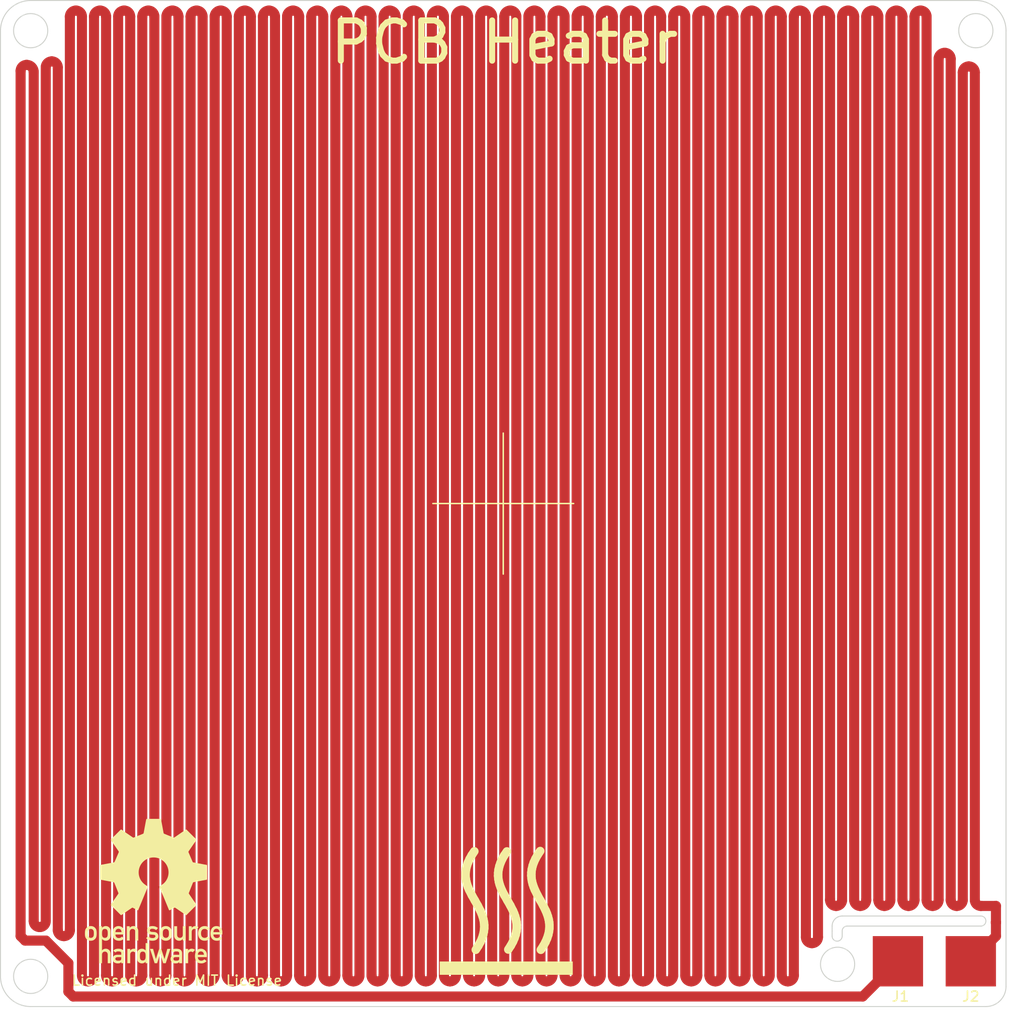
<source format=kicad_pcb>
(kicad_pcb (version 20221018) (generator pcbnew)
  (layers (0 "F.Cu" signal) (31 "B.Cu" signal) (34 "B.Paste" user) (35 "F.Paste" user) (36 "B.SilkS" user "B.Silkscreen") (37 "F.SilkS" user "F.Silkscreen") (38 "B.Mask" user) (39 "F.Mask" user) (44 "Edge.Cuts" user))
  (net 0 "")
  (net 1 "Net-(J1-Pin_1)")
  (footprint "Connector_Wire:SolderWirePad_1x01_SMD_5x10mm" (layer "F.Cu") (at 167.25 145.5 90)
    (fp_text reference "J1")
    (fp_text value "Conn_01x01_Pin")
  )
  (footprint "Connector_Wire:SolderWirePad_1x01_SMD_5x10mm" (layer "F.Cu") (at 174.5 145.5 90)
    (fp_text reference "J2")
    (fp_text value "Conn_01x01_Pin")
  )
  (gr_line (start 132.592062 141.911244) (end 132.566671 141.611174) (stroke (width 0.846666)) (layer "F.SilkS"))
  (gr_line (start 124.274969 137.297986) (end 124.25 137) (stroke (width 0.846666)) (layer "F.SilkS"))
  (gr_line (start 129.341305 142.201481) (end 129.343862 141.893231) (stroke (width 0.846666)) (layer "F.SilkS"))
  (gr_line (start 126.026984 141.325122) (end 125.948504 141.042987) (stroke (width 0.846666)) (layer "F.SilkS"))
  (gr_line (start 131.970837 139.961014) (end 131.68398 139.441359) (stroke (width 0.846666)) (layer "F.SilkS"))
  (gr_line (start 132.359138 143.224092) (end 132.474267 142.876758) (stroke (width 0.846666)) (layer "F.SilkS"))
  (gr_line (start 131.413168 134.935047) (end 131.674521 134.542731) (stroke (width 0.846666)) (layer "F.SilkS"))
  (gr_line (start 127.612048 136.052084) (end 127.73031 135.70771) (stroke (width 0.846666)) (layer "F.SilkS"))
  (gr_line (start 131.139307 138.393956) (end 131.028805 138.123895) (stroke (width 0.846666)) (layer "F.SilkS"))
  (gr_poly (pts (xy 89.760444 142.000402) (xy 89.789537 142.002432) (xy 89.818299 142.005792) (xy 89.846687 142.010465) (xy 89.874659 142.016433) (xy 89.902173 142.023679) (xy 89.929187 142.032183) (xy 89.955659 142.041928) (xy 89.981546 142.052897) (xy 90.006806 142.06507) (xy 90.031397 142.078431) (xy 90.055277 142.09296) (xy 90.078403 142.108641) (xy 90.100734 142.125455) (xy 90.122227 142.143384) (xy 90.14284 142.162411) (xy 90.162531 142.182517) (xy 90.181257 142.203683) (xy 90.198976 142.225894) (xy 90.215647 142.249129) (xy 90.231226 142.273372) (xy 90.245672 142.298604) (xy 90.258943 142.324808) (xy 90.270996 142.351965) (xy 90.281789 142.380057) (xy 90.29128 142.409067) (xy 90.299426 142.438976) (xy 90.306186 142.469767) (xy 90.311518 142.501421) (xy 90.315378 142.533921) (xy 90.317725 142.567248) (xy 90.318517 142.601385) (xy 90.318517 142.837524) (xy 89.430231 142.837524) (xy 89.430648 142.859064) (xy 89.431889 142.879928) (xy 89.433937 142.900116) (xy 89.436775 142.919627) (xy 89.440388 142.93846) (xy 89.444758 142.956616) (xy 89.449869 142.974093) (xy 89.455705 142.990891) (xy 89.46225 143.00701) (xy 89.469486 143.022448) (xy 89.477398 143.037206) (xy 89.485969 143.051284) (xy 89.495182 143.064679) (xy 89.505022 143.077392) (xy 89.515471 143.089423) (xy 89.526513 143.100771) (xy 89.538132 143.111435) (xy 89.550311 143.121414) (xy 89.563034 143.130709) (xy 89.576284 143.139319) (xy 89.590045 143.147243) (xy 89.604301 143.154481) (xy 89.619035 143.161032) (xy 89.63423 143.166895) (xy 89.64987 143.172071) (xy 89.665939 143.176558) (xy 89.68242 143.180357) (xy 89.699297 143.183466) (xy 89.716553 143.185884) (xy 89.734172 143.187613) (xy 89.752137 143.18865) (xy 89.770432 143.188996) (xy 89.791074 143.188406) (xy 89.811851 143.18665) (xy 89.832701 143.183749) (xy 89.853564 143.179722) (xy 89.874377 143.174592) (xy 89.895078 143.168377) (xy 89.915606 143.161101) (xy 89.935899 143.152782) (xy 89.955896 143.143442) (xy 89.975534 143.133101) (xy 89.994751 143.12178) (xy 90.013487 143.1095) (xy 90.031679 143.096282) (xy 90.049266 143.082145) (xy 90.066185 143.067112) (xy 90.082376 143.051202) (xy 90.290418 143.228208) (xy 90.263576 143.257665) (xy 90.235796 143.284922) (xy 90.207129 143.310022) (xy 90.177623 143.333006) (xy 90.147328 143.353914) (xy 90.116292 143.372788) (xy 90.084564 143.38967) (xy 90.052194 143.404599) (xy 90.01923 143.417618) (xy 89.985722 143.428768) (xy 89.951718 143.438089) (xy 89.917269 143.445624) (xy 89.882422 143.451412) (xy 89.847227 143.455496) (xy 89.811733 143.457916) (xy 89.775988 143.458713) (xy 89.72071 143.456991) (xy 89.664879 143.451528) (xy 89.609066 143.441879) (xy 89.553837 143.427602) (xy 89.49976 143.408251) (xy 89.473332 143.396534) (xy 89.447405 143.383382) (xy 89.422051 143.368739) (xy 89.39734 143.35255) (xy 89.373343 143.33476) (xy 89.350132 143.315313) (xy 89.327777 143.294153) (xy 89.30635 143.271224) (xy 89.285921 143.246472) (xy 89.266562 143.219841) (xy 89.248343 143.191274) (xy 89.231336 143.160718) (xy 89.215611 143.128115) (xy 89.201241 143.093411) (xy 89.188294 143.056551) (xy 89.176844 143.017477) (xy 89.16696 142.976136) (xy 89.158714 142.932471) (xy 89.152177 142.886427) (xy 89.14742 142.837948) (xy 89.144513 142.786979) (xy 89.143529 142.733464) (xy 89.144432 142.682642) (xy 89.147099 142.633974) (xy 89.150149 142.601465) (xy 89.430231 142.601465) (xy 90.031814 142.601465) (xy 90.03069 142.581455) (xy 90.028903 142.562042) (xy 90.026467 142.543228) (xy 90.023394 142.525016) (xy 90.019697 142.507409) (xy 90.015389 142.490409) (xy 90.010483 142.474018) (xy 90.004992 142.458239) (xy 89.998928 142.443075) (xy 89.992305 142.428527) (xy 89.985135 142.414599) (xy 89.977431 142.401294) (xy 89.969206 142.388612) (xy 89.960473 142.376558) (xy 89.951245 142.365134) (xy 89.941535 142.354341) (xy 89.931355 142.344183) (xy 89.920719 142.334662) (xy 89.909638 142.325781) (xy 89.898127 142.317542) (xy 89.886198 142.309948) (xy 89.873863 142.303001) (xy 89.861136 142.296703) (xy 89.84803 142.291058) (xy 89.834557 142.286068) (xy 89.820731 142.281734) (xy 89.806563 142.278061) (xy 89.792067 142.27505) (xy 89.777257 142.272703) (xy 89.762144 142.271024) (xy 89.746741 142.270015) (xy 89.731062 142.269678) (xy 89.715375 142.270015) (xy 89.69995 142.271024) (xy 89.6848 142.272703) (xy 89.66994 142.27505) (xy 89.655385 142.278061) (xy 89.641149 142.281734) (xy 89.627246 142.286067) (xy 89.613692 142.291058) (xy 89.600499 142.296703) (xy 89.587683 142.303) (xy 89.575259 142.309948) (xy 89.56324 142.317542) (xy 89.551641 142.325781) (xy 89.540476 142.334662) (xy 89.529761 142.344183) (xy 89.519508 142.354341) (xy 89.509733 142.365133) (xy 89.50045 142.376558) (xy 89.491674 142.388612) (xy 89.483418 142.401293) (xy 89.475698 142.414599) (xy 89.468528 142.428527) (xy 89.461922 142.443074) (xy 89.455894 142.458239) (xy 89.450459 142.474017) (xy 89.445632 142.490408) (xy 89.441426 142.507409) (xy 89.437857 142.525016) (xy 89.434939 142.543228) (xy 89.432685 142.562042) (xy 89.431111 142.581455) (xy 89.430231 142.601465) (xy 89.150149 142.601465) (xy 89.151467 142.587425) (xy 89.157471 142.542958) (xy 89.165047 142.50054) (xy 89.174133 142.460134) (xy 89.184664 142.421705) (xy 89.196576 142.385217) (xy 89.209806 142.350635) (xy 89.224289 142.317923) (xy 89.239963 142.287047) (xy 89.256763 142.25797) (xy 89.274625 142.230657) (xy 89.293486 142.205073) (xy 89.313282 142.181182) (xy 89.333949 142.158948) (xy 89.355424 142.138337) (xy 89.377642 142.119313) (xy 89.40054 142.10184) (xy 89.424054 142.085882) (xy 89.448121 142.071405) (xy 89.472675 142.058373) (xy 89.497655 142.046751) (xy 89.522996 142.036502) (xy 89.548633 142.027592) (xy 89.574505 142.019985) (xy 89.600546 142.013646) (xy 89.626692 142.008539) (xy 89.679048 142.001879) (xy 89.731062 141.999722)) (fill solid) (layer "F.SilkS"))
  (gr_line (start 128.102898 134.973491) (end 128.364002 134.58136) (stroke (width 0.846666)) (layer "F.SilkS"))
  (gr_poly (pts (xy 89.769358 144.252369) (xy 89.831165 144.256718) (xy 89.890015 144.264172) (xy 89.918271 144.269117) (xy 89.945716 144.274901) (xy 89.972324 144.281545) (xy 89.998073 144.289072) (xy 90.022937 144.297501) (xy 90.046892 144.306854) (xy 90.069915 144.317152) (xy 90.091981 144.328416) (xy 90.113066 144.340667) (xy 90.133146 144.353926) (xy 90.152196 144.368215) (xy 90.170193 144.383554) (xy 90.187112 144.399964) (xy 90.202928 144.417466) (xy 90.217619 144.436083) (xy 90.231159 144.455833) (xy 90.243524 144.47674) (xy 90.25469 144.498823) (xy 90.264634 144.522104) (xy 90.27333 144.546604) (xy 90.280754 144.572344) (xy 90.286883 144.599345) (xy 90.291692 144.627628) (xy 90.295157 144.657214) (xy 90.297254 144.688125) (xy 90.297958 144.720381) (xy 90.297958 145.693042) (xy 90.011177 145.693042) (xy 90.011177 145.566518) (xy 90.005541 145.566518) (xy 89.994007 145.584362) (xy 89.981467 145.600963) (xy 89.967837 145.616334) (xy 89.953036 145.630486) (xy 89.936982 145.643434) (xy 89.919592 145.655189) (xy 89.900784 145.665765) (xy 89.880476 145.675173) (xy 89.858586 145.683427) (xy 89.835032 145.69054) (xy 89.80973 145.696523) (xy 89.7826 145.70139) (xy 89.753559 145.705154) (xy 89.722525 145.707826) (xy 89.689415 145.70942) (xy 89.654148 145.709949) (xy 89.624756 145.709401) (xy 89.596149 145.707773) (xy 89.568335 145.705089) (xy 89.541325 145.701372) (xy 89.515129 145.696647) (xy 89.489755 145.690936) (xy 89.465215 145.684263) (xy 89.441517 145.676653) (xy 89.418672 145.668128) (xy 89.396689 145.658712) (xy 89.375579 145.64843) (xy 89.35535 145.637305) (xy 89.336012 145.62536) (xy 89.317576 145.612619) (xy 89.300051 145.599106) (xy 89.283447 145.584844) (xy 89.267774 145.569858) (xy 89.25304 145.554171) (xy 89.239258 145.537806) (xy 89.226435 145.520787) (xy 89.214581 145.503138) (xy 89.203708 145.484882) (xy 89.193823 145.466044) (xy 89.184938 145.446647) (xy 89.177061 145.426714) (xy 89.170203 145.406269) (xy 89.164373 145.385337) (xy 89.159581 145.36394) (xy 89.155837 145.342102) (xy 89.153151 145.319847) (xy 89.151532 145.297199) (xy 89.15099 145.274181) (xy 89.151295 145.26013) (xy 89.420786 145.26013) (xy 89.421686 145.277886) (xy 89.424428 145.295274) (xy 89.429074 145.312187) (xy 89.435686 145.328518) (xy 89.439748 145.336431) (xy 89.444324 145.344159) (xy 89.449422 145.351687) (xy 89.45505 145.359003) (xy 89.461216 145.366092) (xy 89.467927 145.372942) (xy 89.475191 145.379539) (xy 89.483016 145.38587) (xy 89.491408 145.391921) (xy 89.500377 145.397679) (xy 89.50993 145.40313) (xy 89.520074 145.408262) (xy 89.530817 145.41306) (xy 89.542167 145.417511) (xy 89.554132 145.421601) (xy 89.566719 145.425319) (xy 89.59379 145.431578) (xy 89.623443 145.436182) (xy 89.655739 145.439023) (xy 89.69074 145.439994) (xy 89.733711 145.439657) (xy 89.773105 145.438476) (xy 89.809031 145.4362) (xy 89.841602 145.432579) (xy 89.856664 145.430185) (xy 89.870929 145.42736) (xy 89.88441 145.424072) (xy 89.897122 145.420291) (xy 89.909078 145.415985) (xy 89.920293 145.411123) (xy 89.93078 145.405672) (xy 89.940553 145.399602) (xy 89.949626 145.392881) (xy 89.958013 145.385477) (xy 89.965728 145.37736) (xy 89.972785 145.368498) (xy 89.979197 145.358859) (xy 89.984979 145.348412) (xy 89.990144 145.337125) (xy 89.994707 145.324968) (xy 89.99868 145.311908) (xy 90.002079 145.297914) (xy 90.004917 145.282955) (xy 90.007207 145.266999) (xy 90.008965 145.250016) (xy 90.010203 145.231972) (xy 90.010936 145.212838) (xy 90.011177 145.192581) (xy 90.011177 145.088521) (xy 89.668277 145.088521) (xy 89.65272 145.088718) (xy 89.637688 145.089305) (xy 89.623179 145.090277) (xy 89.609192 145.091627) (xy 89.595724 145.09335) (xy 89.582773 145.095441) (xy 89.570337 145.097893) (xy 89.558414 145.100701) (xy 89.547002 145.10386) (xy 89.536099 145.107363) (xy 89.525702 145.111206) (xy 89.515811 145.115381) (xy 89.506422 145.119884) (xy 89.497533 145.124709) (xy 89.489143 145.129851) (xy 89.481249 145.135303) (xy 89.47385 145.141059) (xy 89.466943 145.147115) (xy 89.460527 145.153465) (xy 89.454598 145.160102) (xy 89.449156 145.167021) (xy 89.444198 145.174217) (xy 89.439722 145.181683) (xy 89.435725 145.189415) (xy 89.432207 145.197406) (xy 89.429164 145.205651) (xy 89.426596 145.214144) (xy 89.424499 145.222879) (xy 89.422871 145.231851) (xy 89.421711 145.241054) (xy 89.421017 145.250482) (xy 89.420786 145.26013) (xy 89.151295 145.26013) (xy 89.151451 145.252942) (xy 89.152832 145.231929) (xy 89.155133 145.211172) (xy 89.158352 145.1907) (xy 89.162486 145.170542) (xy 89.167535 145.150728) (xy 89.173497 145.131287) (xy 89.180371 145.112248) (xy 89.188155 145.093641) (xy 89.196847 145.075495) (xy 89.206446 145.05784) (xy 89.21695 145.040705) (xy 89.228358 145.024119) (xy 89.240668 145.008113) (xy 89.253879 144.992714) (xy 89.267989 144.977953) (xy 89.282996 144.963858) (xy 89.2989 144.95046) (xy 89.315698 144.937788) (xy 89.33339 144.925871) (xy 89.351972 144.914738) (xy 89.371445 144.90442) (xy 89.391806 144.894944) (xy 89.413054 144.886341) (xy 89.435187 144.87864) (xy 89.458204 144.871871) (xy 89.482103 144.866062) (xy 89.506883 144.861244) (xy 89.532542 144.857445) (xy 89.559078 144.854695) (xy 89.586491 144.853024) (xy 89.614778 144.85246) (xy 90.011177 144.85246) (xy 90.011177 144.703474) (xy 90.010148 144.679198) (xy 90.008853 144.667805) (xy 90.007031 144.656901) (xy 90.004676 144.646477) (xy 90.001781 144.636527) (xy 89.998342 144.627043) (xy 89.994353 144.618019) (xy 89.989808 144.609447) (xy 89.984701 144.601319) (xy 89.979027 144.59363) (xy 89.972781 144.586372) (xy 89.965955 144.579537) (xy 89.958546 144.573118) (xy 89.950547 144.567109) (xy 89.941952 144.561502) (xy 89.932756 144.556291) (xy 89.922953 144.551467) (xy 89.901505 144.542955) (xy 89.877562 144.535909) (xy 89.851079 144.530272) (xy 89.82201 144.525987) (xy 89.79031 144.522997) (xy 89.755935 144.521245) (xy 89.718839 144.520673) (xy 89.691811 144.521011) (xy 89.666541 144.522047) (xy 89.642942 144.523818) (xy 89.620927 144.526362) (xy 89.610487 144.527935) (xy 89.600411 144.529715) (xy 89.590688 144.531706) (xy 89.581307 144.533913) (xy 89.572258 144.536341) (xy 89.56353 144.538993) (xy 89.555111 144.541875) (xy 89.546992 144.544992) (xy 89.539161 144.548347) (xy 89.531607 144.551946) (xy 89.52432 144.555793) (xy 89.51729 144.559892) (xy 89.510504 144.564248) (xy 89.503953 144.568867) (xy 89.497626 144.573751) (xy 89.491511 144.578906) (xy 89.485599 144.584337) (xy 89.479877 144.590048) (xy 89.474337 144.596043) (xy 89.468966 144.602328) (xy 89.463754 144.608906) (xy 89.45869 144.615783) (xy 89.453763 144.622962) (xy 89.448964 144.63045) (xy 89.224094 144.458999) (xy 89.245209 144.431626) (xy 89.267457 144.406441) (xy 89.290849 144.383385) (xy 89.315399 144.362399) (xy 89.341118 144.343427) (xy 89.36802 144.32641) (xy 89.396116 144.311289) (xy 89.425419 144.298006) (xy 89.455941 144.286504) (xy 89.487696 144.276724) (xy 89.520695 144.268609) (xy 89.55495 144.262099) (xy 89.590475 144.257137) (xy 89.627281 144.253665) (xy 89.665382 144.251624) (xy 89.704789 144.250957)) (fill solid) (layer "F.SilkS"))
  (gr_line (start 132.231505 140.489903) (end 131.970837 139.961014) (stroke (width 0.846666)) (layer "F.SilkS"))
  (gr_line (start 132.474267 142.876758) (end 132.549222 142.542918) (stroke (width 0.846666)) (layer "F.SilkS"))
  (gr_poly (pts (xy 97.059455 144.251446) (xy 97.080382 144.252899) (xy 97.100884 144.255291) (xy 97.120977 144.258596) (xy 97.140677 144.262791) (xy 97.16 144.26785) (xy 97.178963 144.27375) (xy 97.19758 144.280464) (xy 97.21587 144.287969) (xy 97.233847 144.29624) (xy 97.251528 144.305253) (xy 97.26893 144.314982) (xy 97.286067 144.325404) (xy 97.302958 144.336493) (xy 97.319616 144.348224) (xy 97.33606 144.360574) (xy 97.128018 144.607986) (xy 97.115588 144.598837) (xy 97.103555 144.590398) (xy 97.091853 144.582654) (xy 97.080415 144.575588) (xy 97.069175 144.569182) (xy 97.058067 144.56342) (xy 97.047025 144.558286) (xy 97.035982 144.553763) (xy 97.024872 144.549835) (xy 97.013629 144.546484) (xy 97.002187 144.543694) (xy 96.990478 144.541449) (xy 96.978438 144.539732) (xy 96.965999 144.538526) (xy 96.953095 144.537814) (xy 96.939661 144.537581) (xy 96.913357 144.538643) (xy 96.887321 144.541858) (xy 96.861749 144.547265) (xy 96.836841 144.554906) (xy 96.824696 144.559576) (xy 96.812791 144.56482) (xy 96.801151 144.570642) (xy 96.789799 144.577048) (xy 96.77876 144.584043) (xy 96.76806 144.591632) (xy 96.757722 144.59982) (xy 96.747772 144.608611) (xy 96.738234 144.618012) (xy 96.729133 144.628027) (xy 96.720493 144.63866) (xy 96.712339 144.649919) (xy 96.704695 144.661806) (xy 96.697587 144.674328) (xy 96.691039 144.687489) (xy 96.685076 144.701295) (xy 96.679722 144.71575) (xy 96.675002 144.730861) (xy 96.67094 144.746631) (xy 96.667561 144.763065) (xy 96.664891 144.78017) (xy 96.662953 144.79795) (xy 96.661772 144.816409) (xy 96.661373 144.835554) (xy 96.661373 145.693042) (xy 96.37475 145.693042) (xy 96.37475 144.267863) (xy 96.661373 144.267863) (xy 96.661373 144.419629) (xy 96.667088 144.419629) (xy 96.684407 144.399212) (xy 96.702624 144.380112) (xy 96.721715 144.362326) (xy 96.741654 144.345857) (xy 96.762417 144.330704) (xy 96.783978 144.316868) (xy 96.806314 144.304348) (xy 96.829399 144.293145) (xy 96.853209 144.283259) (xy 96.877719 144.27469) (xy 96.902903 144.267439) (xy 96.928738 144.261506) (xy 96.955199 144.256891) (xy 96.98226 144.253594) (xy 97.009897 144.251616) (xy 97.038086 144.250957)) (fill solid) (layer "F.SilkS"))
  (gr_line (start 130.862138 137.566089) (end 130.812699 137.276108) (stroke (width 0.846666)) (layer "F.SilkS"))
  (gr_line (start 132.587366 142.221453) (end 132.592062 141.911244) (stroke (width 0.846666)) (layer "F.SilkS"))
  (gr_line (start 131.68398 139.441359) (end 131.397836 138.921989) (stroke (width 0.846666)) (layer "F.SilkS"))
  (gr_poly (pts (xy 93.902234 131.343626) (xy 93.905256 131.34385) (xy 93.908263 131.34422) (xy 93.91125 131.344731) (xy 93.914214 131.34538) (xy 93.917149 131.346162) (xy 93.920051 131.347076) (xy 93.922915 131.348115) (xy 93.925738 131.349278) (xy 93.928515 131.35056) (xy 93.93124 131.351957) (xy 93.933911 131.353466) (xy 93.936521 131.355083) (xy 93.939068 131.356805) (xy 93.941545 131.358627) (xy 93.94395 131.360546) (xy 93.946277 131.362559) (xy 93.948521 131.364661) (xy 93.950679 131.366848) (xy 93.952746 131.369118) (xy 93.954718 131.371467) (xy 93.956589 131.37389) (xy 93.958356 131.376384) (xy 93.960013 131.378945) (xy 93.961558 131.38157) (xy 93.962984 131.384255) (xy 93.964288 131.386996) (xy 93.965465 131.389789) (xy 93.96651 131.392632) (xy 93.96742 131.395519) (xy 93.96819 131.398448) (xy 93.968814 131.401414) (xy 94.220037 132.751028) (xy 94.220671 132.754018) (xy 94.221442 132.757019) (xy 94.223373 132.76303) (xy 94.225797 132.769023) (xy 94.22868 132.774958) (xy 94.231987 132.780795) (xy 94.235684 132.786496) (xy 94.239739 132.792022) (xy 94.244117 132.797333) (xy 94.248784 132.80239) (xy 94.253706 132.807153) (xy 94.258851 132.811585) (xy 94.264183 132.815645) (xy 94.269669 132.819294) (xy 94.275275 132.822494) (xy 94.278112 132.823912) (xy 94.280967 132.825204) (xy 94.283835 132.826364) (xy 94.286712 132.827386) (xy 95.191269 133.19767) (xy 95.196888 133.200144) (xy 95.202848 133.202211) (xy 95.209095 133.203873) (xy 95.215578 133.205135) (xy 95.222244 133.206001) (xy 95.229039 133.206473) (xy 95.235913 133.206556) (xy 95.242812 133.206253) (xy 95.249685 133.205568) (xy 95.256477 133.204504) (xy 95.263138 133.203064) (xy 95.269615 133.201254) (xy 95.275855 133.199075) (xy 95.281806 133.196532) (xy 95.287415 133.193629) (xy 95.29263 133.190368) (xy 96.420152 132.416621) (xy 96.422692 132.414966) (xy 96.425307 132.413441) (xy 96.427991 132.412043) (xy 96.430739 132.410773) (xy 96.433545 132.409631) (xy 96.436404 132.408615) (xy 96.439309 132.407726) (xy 96.442254 132.406962) (xy 96.445235 132.406323) (xy 96.448245 132.405808) (xy 96.454329 132.405151) (xy 96.460462 132.404987) (xy 96.466596 132.40531) (xy 96.472688 132.406116) (xy 96.478689 132.407402) (xy 96.484555 132.409164) (xy 96.487423 132.410222) (xy 96.490239 132.411397) (xy 96.492999 132.412688) (xy 96.495696 132.414096) (xy 96.498325 132.41562) (xy 96.50088 132.417259) (xy 96.503355 132.419012) (xy 96.505744 132.42088) (xy 96.508042 132.422861) (xy 96.510243 132.424955) (xy 97.459806 133.374518) (xy 97.4619 133.376719) (xy 97.46388 133.379018) (xy 97.465745 133.381408) (xy 97.467496 133.383885) (xy 97.469132 133.386441) (xy 97.470651 133.389072) (xy 97.473342 133.394534) (xy 97.475565 133.400224) (xy 97.477317 133.406097) (xy 97.478594 133.412106) (xy 97.479392 133.418204) (xy 97.479709 133.424346) (xy 97.47954 133.430486) (xy 97.478882 133.436577) (xy 97.477732 133.442573) (xy 97.476087 133.448429) (xy 97.475077 133.451289) (xy 97.473942 133.454097) (xy 97.472681 133.456847) (xy 97.471294 133.459532) (xy 97.46978 133.462148) (xy 97.46814 133.464688) (xy 96.707886 134.572763) (xy 96.704616 134.578001) (xy 96.701714 134.583619) (xy 96.699183 134.589567) (xy 96.697026 134.595793) (xy 96.695248 134.602247) (xy 96.69385 134.608877) (xy 96.692836 134.615632) (xy 96.692209 134.622462) (xy 96.691973 134.629315) (xy 96.692132 134.63614) (xy 96.692687 134.642886) (xy 96.693643 134.649502) (xy 96.695002 134.655938) (xy 96.696769 134.662142) (xy 96.698945 134.668062) (xy 96.701536 134.673649) (xy 97.101507 135.606781) (xy 97.103791 135.612511) (xy 97.1066 135.618188) (xy 97.109893 135.623779) (xy 97.11363 135.62925) (xy 97.117773 135.634567) (xy 97.122281 135.639697) (xy 97.127115 135.644604) (xy 97.132236 135.649257) (xy 97.137602 135.65362) (xy 97.143176 135.657659) (xy 97.148916 135.661342) (xy 97.154785 135.664634) (xy 97.160741 135.667502) (xy 97.166745 135.669911) (xy 97.172758 135.671827) (xy 97.178739 135.673218) (xy 98.483584 135.915867) (xy 98.486544 135.916506) (xy 98.489466 135.917288) (xy 98.492346 135.91821) (xy 98.495183 135.919266) (xy 98.497971 135.920452) (xy 98.500706 135.921764) (xy 98.503386 135.923198) (xy 98.506006 135.924749) (xy 98.511053 135.928184) (xy 98.515816 135.932034) (xy 98.520266 135.936265) (xy 98.524373 135.940841) (xy 98.528107 135.945726) (xy 98.531438 135.950886) (xy 98.534336 135.956285) (xy 98.535614 135.959063) (xy 98.536772 135.961888) (xy 98.537807 135.964756) (xy 98.538715 135.96766) (xy 98.539492 135.970599) (xy 98.540136 135.973566) (xy 98.540641 135.976558) (xy 98.541004 135.97957) (xy 98.541222 135.982598) (xy 98.54129 135.985637) (xy 98.541131 137.328583) (xy 98.541055 137.331616) (xy 98.54083 137.334639) (xy 98.540459 137.337648) (xy 98.539947 137.340638) (xy 98.539297 137.343605) (xy 98.538512 137.346544) (xy 98.537597 137.34945) (xy 98.536555 137.35232) (xy 98.53539 137.355148) (xy 98.534105 137.35793) (xy 98.532706 137.360661) (xy 98.531194 137.363338) (xy 98.529575 137.365954) (xy 98.527851 137.368506) (xy 98.526026 137.37099) (xy 98.524105 137.3734) (xy 98.522091 137.375732) (xy 98.519988 137.377982) (xy 98.517799 137.380145) (xy 98.515528 137.382216) (xy 98.51318 137.384191) (xy 98.510757 137.386066) (xy 98.508263 137.387835) (xy 98.505703 137.389494) (xy 98.50308 137.39104) (xy 98.500397 137.392466) (xy 98.497659 137.393769) (xy 98.494869 137.394944) (xy 98.492032 137.395987) (xy 98.489149 137.396892) (xy 98.486227 137.397656) (xy 98.483267 137.398274) (xy 97.210489 137.635129) (xy 97.207492 137.635743) (xy 97.20449 137.636496) (xy 97.201485 137.637384) (xy 97.198484 137.638402) (xy 97.19251 137.64081) (xy 97.186605 137.643687) (xy 97.180808 137.646997) (xy 97.175156 137.650706) (xy 97.169687 137.654779) (xy 97.164441 137.65918) (xy 97.159453 137.663875) (xy 97.154763 137.66883) (xy 97.150409 137.674008) (xy 97.146429 137.679376) (xy 97.14286 137.684898) (xy 97.13974 137.69054) (xy 97.137108 137.696266) (xy 97.135987 137.69915) (xy 97.135002 137.702042) (xy 96.737652 138.694626) (xy 96.735194 138.700272) (xy 96.733144 138.706251) (xy 96.7315 138.712512) (xy 96.730256 138.719003) (xy 96.729409 138.725672) (xy 96.728955 138.732467) (xy 96.728889 138.739337) (xy 96.729208 138.74623) (xy 96.729907 138.753094) (xy 96.730983 138.759877) (xy 96.732431 138.766529) (xy 96.734247 138.772996) (xy 96.736427 138.779227) (xy 96.738968 138.785171) (xy 96.741864 138.790775) (xy 96.745112 138.795988) (xy 97.468139 139.849533) (xy 97.469793 139.852073) (xy 97.471319 139.85469) (xy 97.472716 139.857376) (xy 97.473986 139.860127) (xy 97.475128 139.862937) (xy 97.476144 139.8658) (xy 97.477034 139.868709) (xy 97.477798 139.87166) (xy 97.478437 139.874646) (xy 97.478951 139.877662) (xy 97.479608 139.88376) (xy 97.479773 139.889907) (xy 97.47945 139.896057) (xy 97.478643 139.902162) (xy 97.477357 139.908178) (xy 97.475596 139.914057) (xy 97.474538 139.916931) (xy 97.473363 139.919754) (xy 97.472071 139.922519) (xy 97.470663 139.925221) (xy 97.46914 139.927854) (xy 97.467501 139.930412) (xy 97.465748 139.93289) (xy 97.46388 139.935282) (xy 97.461899 139.937581) (xy 97.459805 139.939782) (xy 96.510083 140.889345) (xy 96.507896 140.891425) (xy 96.50561 140.893393) (xy 96.503231 140.895248) (xy 96.500765 140.896989) (xy 96.498218 140.898618) (xy 96.495595 140.900131) (xy 96.490146 140.902814) (xy 96.484465 140.905034) (xy 96.478599 140.906786) (xy 96.472593 140.908067) (xy 96.466496 140.908872) (xy 96.460353 140.909196) (xy 96.454211 140.909037) (xy 96.448117 140.90839) (xy 96.442117 140.907249) (xy 96.436258 140.905612) (xy 96.433396 140.904606) (xy 96.430586 140.903475) (xy 96.427836 140.902217) (xy 96.425149 140.900832) (xy 96.422533 140.89932) (xy 96.419993 140.89768) (xy 95.385022 140.187353) (xy 95.379819 140.184114) (xy 95.374247 140.181275) (xy 95.368356 140.178835) (xy 95.362196 140.176796) (xy 95.355819 140.175159) (xy 95.349275 140.173925) (xy 95.342615 140.173095) (xy 95.335889 140.172669) (xy 95.329148 140.172648) (xy 95.322443 140.173035) (xy 95.315824 140.173828) (xy 95.309343 140.17503) (xy 95.303049 140.176642) (xy 95.296994 140.178663) (xy 95.291229 140.181096) (xy 95.285803 140.18394) (xy 94.829397 140.427621) (xy 94.826668 140.428919) (xy 94.823916 140.43006) (xy 94.821146 140.431045) (xy 94.818363 140.431878) (xy 94.815572 140.432558) (xy 94.812777 140.433089) (xy 94.809983 140.433472) (xy 94.807195 140.433708) (xy 94.804418 140.4338) (xy 94.801656 140.433749) (xy 94.798914 140.433556) (xy 94.796196 140.433225) (xy 94.793509 140.432755) (xy 94.790856 140.43215) (xy 94.788241 140.43141) (xy 94.785671 140.430538) (xy 94.783149 140.429536) (xy 94.780681 140.428404) (xy 94.778271 140.427145) (xy 94.775923 140.425761) (xy 94.773644 140.424253) (xy 94.771436 140.422623) (xy 94.769306 140.420873) (xy 94.767257 140.419004) (xy 94.765296 140.417019) (xy 94.763425 140.414919) (xy 94.761651 140.412705) (xy 94.759977 140.41038) (xy 94.75841 140.407945) (xy 94.756952 140.405402) (xy 94.75561 140.402753) (xy 94.754388 140.399999) (xy 93.813397 138.126064) (xy 93.812308 138.123235) (xy 93.811364 138.120364) (xy 93.810563 138.117454) (xy 93.809902 138.114513) (xy 93.80938 138.111545) (xy 93.808994 138.108555) (xy 93.808744 138.10555) (xy 93.808627 138.102534) (xy 93.808641 138.099513) (xy 93.808785 138.096493) (xy 93.809056 138.093477) (xy 93.809453 138.090474) (xy 93.809975 138.087486) (xy 93.810619 138.084521) (xy 93.811383 138.081582) (xy 93.812265 138.078677) (xy 93.813265 138.07581) (xy 93.814379 138.072986) (xy 93.815606 138.070211) (xy 93.816945 138.067491) (xy 93.818393 138.06483) (xy 93.819949 138.062234) (xy 93.82161 138.05971) (xy 93.823375 138.057261) (xy 93.825243 138.054893) (xy 93.82721 138.052612) (xy 93.829276 138.050424) (xy 93.831439 138.048333) (xy 93.833697 138.046345) (xy 93.836047 138.044465) (xy 93.838488 138.0427) (xy 93.841019 138.041053) (xy 93.95524 137.971124) (xy 93.963461 137.965889) (xy 93.972238 137.959913) (xy 93.981406 137.953326) (xy 93.9908 137.94626) (xy 94.000252 137.938844) (xy 94.009599 137.931208) (xy 94.018674 137.923484) (xy 94.027312 137.9158) (xy 94.102924 137.864045) (xy 94.175085 137.807852) (xy 94.243599 137.747416) (xy 94.308268 137.682933) (xy 94.368895 137.6146) (xy 94.425283 137.542611) (xy 94.477236 137.467163) (xy 94.524557 137.388452) (xy 94.567048 137.306673) (xy 94.604513 137.222022) (xy 94.636754 137.134695) (xy 94.663575 137.044888) (xy 94.684779 136.952796) (xy 94.700168 136.858615) (xy 94.709546 136.762541) (xy 94.712716 136.664771) (xy 94.710783 136.588342) (xy 94.705048 136.512916) (xy 94.695603 136.438588) (xy 94.682543 136.365449) (xy 94.665959 136.293594) (xy 94.645946 136.223116) (xy 94.622598 136.154108) (xy 94.596006 136.086663) (xy 94.566265 136.020874) (xy 94.533467 135.956836) (xy 94.497707 135.894641) (xy 94.459078 135.834382) (xy 94.417672 135.776154) (xy 94.373583 135.720048) (xy 94.326905 135.666159) (xy 94.277731 135.61458) (xy 94.226153 135.565404) (xy 94.172267 135.518724) (xy 94.116164 135.474634) (xy 94.057938 135.433227) (xy 93.997682 135.394597) (xy 93.93549 135.358836) (xy 93.871456 135.326038) (xy 93.805671 135.296296) (xy 93.738231 135.269704) (xy 93.669227 135.246355) (xy 93.598754 135.226342) (xy 93.526904 135.209758) (xy 93.453772 135.196697) (xy 93.37945 135.187253) (xy 93.304031 135.181517) (xy 93.22761 135.179585) (xy 93.151188 135.181517) (xy 93.075768 135.187253) (xy 93.001445 135.196697) (xy 92.928311 135.209758) (xy 92.85646 135.226342) (xy 92.785984 135.246355) (xy 92.716978 135.269704) (xy 92.649535 135.296296) (xy 92.583748 135.326038) (xy 92.51971 135.358836) (xy 92.457515 135.394597) (xy 92.397256 135.433227) (xy 92.339026 135.474634) (xy 92.28292 135.518724) (xy 92.229029 135.565404) (xy 92.177448 135.61458) (xy 92.12827 135.666159) (xy 92.081589 135.720048) (xy 92.037496 135.776154) (xy 91.996087 135.834382) (xy 91.957454 135.894641) (xy 91.921691 135.956836) (xy 91.88889 136.020874) (xy 91.859146 136.086663) (xy 91.832552 136.154108) (xy 91.8092 136.223116) (xy 91.789185 136.293594) (xy 91.7726 136.365449) (xy 91.759538 136.438588) (xy 91.750092 136.512916) (xy 91.744357 136.588342) (xy 91.742424 136.664771) (xy 91.743221 136.713856) (xy 91.745595 136.762541) (xy 91.749521 136.810803) (xy 91.754975 136.858615) (xy 91.761932 136.905954) (xy 91.770368 136.952796) (xy 91.780257 136.999115) (xy 91.791576 137.044888) (xy 91.804299 137.090089) (xy 91.818401 137.134695) (xy 91.833859 137.178681) (xy 91.850647 137.222022) (xy 91.868742 137.264694) (xy 91.888117 137.306673) (xy 91.930612 137.388452) (xy 91.977936 137.467164) (xy 92.029891 137.542612) (xy 92.08628 137.6146) (xy 92.146905 137.682933) (xy 92.21157 137.747416) (xy 92.280077 137.807852) (xy 92.352228 137.864045) (xy 92.427827 137.9158) (xy 92.436514 137.923484) (xy 92.445621 137.931208) (xy 92.454986 137.938844) (xy 92.464449 137.94626) (xy 92.473849 137.953326) (xy 92.483024 137.959912) (xy 92.491814 137.965888) (xy 92.500059 137.971124) (xy 92.614279 138.041053) (xy 92.616824 138.0427) (xy 92.619279 138.044465) (xy 92.62164 138.046345) (xy 92.623908 138.048333) (xy 92.62608 138.050424) (xy 92.628154 138.052612) (xy 92.632001 138.057261) (xy 92.635436 138.062234) (xy 92.638444 138.067491) (xy 92.641011 138.072986) (xy 92.643122 138.078677) (xy 92.644764 138.084521) (xy 92.645922 138.090474) (xy 92.646581 138.096493) (xy 92.646728 138.102534) (xy 92.646347 138.108555) (xy 92.645955 138.111545) (xy 92.645426 138.114513) (xy 92.644758 138.117454) (xy 92.643949 138.120364) (xy 92.642998 138.123235) (xy 92.641902 138.126064) (xy 91.700833 140.39992) (xy 91.69961 140.402674) (xy 91.698267 140.405324) (xy 91.696809 140.407868) (xy 91.695239 140.410304) (xy 91.693564 140.412631) (xy 91.691788 140.414847) (xy 91.689916 140.416949) (xy 91.687951 140.418937) (xy 91.685901 140.420808) (xy 91.683768 140.42256) (xy 91.681558 140.424193) (xy 91.679276 140.425703) (xy 91.676926 140.42709) (xy 91.674513 140.428351) (xy 91.672043 140.429485) (xy 91.669519 140.430489) (xy 91.666947 140.431363) (xy 91.664331 140.432104) (xy 91.661677 140.432711) (xy 91.658988 140.433181) (xy 91.656271 140.433513) (xy 91.653529 140.433705) (xy 91.650767 140.433756) (xy 91.647991 140.433663) (xy 91.645204 140.433425) (xy 91.642413 140.43304) (xy 91.639621 140.432506) (xy 91.636833 140.431822) (xy 91.634055 140.430985) (xy 91.631291 140.429994) (xy 91.628545 140.428847) (xy 91.625823 140.427543) (xy 91.169417 140.183861) (xy 91.164004 140.181018) (xy 91.158248 140.178588) (xy 91.1522 140.17657) (xy 91.145911 140.174963) (xy 91.139431 140.173766) (xy 91.132812 140.172977) (xy 91.126105 140.172595) (xy 91.119361 140.17262) (xy 91.112631 140.173049) (xy 91.105966 140.173881) (xy 91.099417 140.175116) (xy 91.093035 140.176751) (xy 91.086871 140.178786) (xy 91.080976 140.181219) (xy 91.075401 140.184049) (xy 91.070198 140.187275) (xy 90.035307 140.897601) (xy 90.032759 140.899241) (xy 90.030137 140.900753) (xy 90.027445 140.902138) (xy 90.02469 140.903396) (xy 90.021877 140.904528) (xy 90.019011 140.905534) (xy 90.0161 140.906415) (xy 90.013147 140.907171) (xy 90.01016 140.907803) (xy 90.007145 140.908311) (xy 90.001049 140.908958) (xy 89.994906 140.909118) (xy 89.988763 140.908793) (xy 89.982666 140.907988) (xy 89.97666 140.906707) (xy 89.970792 140.904955) (xy 89.967924 140.903904) (xy 89.965108 140.902736) (xy 89.96235 140.901452) (xy 89.959655 140.900053) (xy 89.957029 140.898539) (xy 89.954477 140.896911) (xy 89.952007 140.895169) (xy 89.949623 140.893314) (xy 89.947331 140.891346) (xy 89.945137 140.889267) (xy 88.995415 139.939703) (xy 88.993328 139.937502) (xy 88.991353 139.935203) (xy 88.989492 139.932811) (xy 88.987745 139.930333) (xy 88.986111 139.927775) (xy 88.984592 139.925142) (xy 88.981901 139.919675) (xy 88.979675 139.913979) (xy 88.977918 139.908099) (xy 88.976635 139.902084) (xy 88.975829 139.895978) (xy 88.975505 139.889828) (xy 88.975667 139.883681) (xy 88.97632 139.877584) (xy 88.977466 139.871581) (xy 88.979112 139.865721) (xy 88.980122 139.862858) (xy 88.98126 139.860048) (xy 88.982523 139.857297) (xy 88.983914 139.854611) (xy 88.985433 139.851994) (xy 88.987081 139.849454) (xy 89.710028 138.795909) (xy 89.713303 138.790696) (xy 89.716222 138.785092) (xy 89.718779 138.779148) (xy 89.720973 138.772917) (xy 89.722799 138.76645) (xy 89.724253 138.759799) (xy 89.725332 138.753015) (xy 89.726032 138.746151) (xy 89.72635 138.739259) (xy 89.726282 138.732389) (xy 89.725824 138.725593) (xy 89.724974 138.718925) (xy 89.723727 138.712434) (xy 89.722079 138.706173) (xy 89.720027 138.700194) (xy 89.717568 138.694548) (xy 89.320217 137.701964) (xy 89.319239 137.699071) (xy 89.318122 137.696187) (xy 89.315496 137.690461) (xy 89.312375 137.684819) (xy 89.308801 137.679297) (xy 89.304811 137.673929) (xy 89.300445 137.668751) (xy 89.295741 137.663796) (xy 89.290739 137.659101) (xy 89.285478 137.6547) (xy 89.279996 137.650627) (xy 89.274332 137.646918) (xy 89.268525 137.643608) (xy 89.262615 137.640731) (xy 89.25664 137.638323) (xy 89.25064 137.636418) (xy 89.247642 137.635665) (xy 89.244652 137.63505) (xy 87.971874 137.398196) (xy 87.968908 137.397578) (xy 87.965979 137.396814) (xy 87.963092 137.395908) (xy 87.960249 137.394866) (xy 87.957456 137.39369) (xy 87.954715 137.392387) (xy 87.95203 137.390961) (xy 87.949405 137.389416) (xy 87.946843 137.387756) (xy 87.944349 137.385987) (xy 87.939578 137.382137) (xy 87.93512 137.377903) (xy 87.931006 137.373321) (xy 87.927265 137.368427) (xy 87.923926 137.363259) (xy 87.92102 137.357851) (xy 87.918575 137.352241) (xy 87.917535 137.349371) (xy 87.916622 137.346465) (xy 87.915839 137.343526) (xy 87.915191 137.340559) (xy 87.91468 137.337569) (xy 87.91431 137.33456) (xy 87.914085 137.331537) (xy 87.91401 137.328504) (xy 87.91393 135.985558) (xy 87.914006 135.982526) (xy 87.91423 135.979505) (xy 87.914598 135.976499) (xy 87.915108 135.973513) (xy 87.915755 135.970551) (xy 87.916536 135.967618) (xy 87.917447 135.964718) (xy 87.918485 135.961855) (xy 87.919645 135.959034) (xy 87.920924 135.956259) (xy 87.922319 135.953535) (xy 87.923826 135.950867) (xy 87.92544 135.948257) (xy 87.92716 135.945712) (xy 87.92898 135.943235) (xy 87.930897 135.940831) (xy 87.932908 135.938504) (xy 87.935008 135.936258) (xy 87.937195 135.934099) (xy 87.939464 135.93203) (xy 87.941812 135.930056) (xy 87.944235 135.928181) (xy 87.94673 135.92641) (xy 87.949292 135.924747) (xy 87.951919 135.923197) (xy 87.954606 135.921764) (xy 87.95735 135.920452) (xy 87.960147 135.919265) (xy 87.962994 135.91821) (xy 87.965887 135.917288) (xy 87.968821 135.916506) (xy 87.971795 135.915867) (xy 89.276561 135.673218) (xy 89.27956 135.67259) (xy 89.28257 135.671827) (xy 89.288605 135.669911) (xy 89.294626 135.667502) (xy 89.300594 135.664634) (xy 89.306471 135.661342) (xy 89.312216 135.657659) (xy 89.31779 135.65362) (xy 89.323154 135.649257) (xy 89.328269 135.644604) (xy 89.333096 135.639697) (xy 89.337594 135.634567) (xy 89.341725 135.62925) (xy 89.34545 135.623779) (xy 89.348729 135.618188) (xy 89.351523 135.612511) (xy 89.352726 135.60965) (xy 89.353793 135.606781) (xy 89.753843 134.673649) (xy 89.756419 134.668062) (xy 89.758584 134.662142) (xy 89.760341 134.655938) (xy 89.761692 134.649502) (xy 89.762643 134.642886) (xy 89.763195 134.63614) (xy 89.763353 134.629315) (xy 89.76312 134.622462) (xy 89.762499 134.615632) (xy 89.761493 134.608877) (xy 89.760106 134.602247) (xy 89.758341 134.595793) (xy 89.756202 134.589567) (xy 89.753692 134.583619) (xy 89.750814 134.578001) (xy 89.747572 134.572763) (xy 88.987239 133.464688) (xy 88.985585 133.462148) (xy 88.98406 133.459532) (xy 88.982664 133.456847) (xy 88.981395 133.454097) (xy 88.980254 133.451289) (xy 88.979241 133.448429) (xy 88.978353 133.445522) (xy 88.977591 133.442573) (xy 88.976955 133.43959) (xy 88.976443 133.436577) (xy 88.975791 133.430486) (xy 88.975631 133.424346) (xy 88.975958 133.418204) (xy 88.976768 133.412106) (xy 88.978056 133.406097) (xy 88.979818 133.400224) (xy 88.980875 133.397354) (xy 88.982049 133.394534) (xy 88.983339 133.391772) (xy 88.984744 133.389072) (xy 88.986265 133.386441) (xy 88.9879 133.383885) (xy 88.989649 133.381408) (xy 88.991511 133.379018) (xy 88.993486 133.376719) (xy 88.995573 133.374518) (xy 89.945217 132.424955) (xy 89.947411 132.422861) (xy 89.949703 132.42088) (xy 89.952087 132.419012) (xy 89.954557 132.417259) (xy 89.957108 132.41562) (xy 89.959734 132.414096) (xy 89.965188 132.411397) (xy 89.970872 132.409164) (xy 89.97674 132.407403) (xy 89.982746 132.406116) (xy 89.988843 132.40531) (xy 89.994986 132.404987) (xy 90.001129 132.405152) (xy 90.007224 132.405809) (xy 90.013227 132.406962) (xy 90.019091 132.408615) (xy 90.021957 132.409631) (xy 90.02477 132.410774) (xy 90.027525 132.412043) (xy 90.030217 132.413441) (xy 90.03284 132.414966) (xy 90.035387 132.416621) (xy 91.162829 133.190368) (xy 91.16803 133.193629) (xy 91.173627 133.196532) (xy 91.179568 133.199075) (xy 91.185799 133.201254) (xy 91.192269 133.203064) (xy 91.198926 133.204504) (xy 91.205716 133.205568) (xy 91.212587 133.206253) (xy 91.219487 133.206556) (xy 91.226364 133.206473) (xy 91.233164 133.206001) (xy 91.239836 133.205136) (xy 91.246327 133.203874) (xy 91.252585 133.202211) (xy 91.258557 133.200145) (xy 91.264191 133.197671) (xy 92.168828 132.827386) (xy 92.174586 132.825204) (xy 92.180287 132.822494) (xy 92.1859 132.819294) (xy 92.19139 132.815645) (xy 92.196723 132.811585) (xy 92.201867 132.807153) (xy 92.206788 132.80239) (xy 92.211452 132.797333) (xy 92.215825 132.792022) (xy 92.219875 132.786496) (xy 92.223568 132.780795) (xy 92.22687 132.774958) (xy 92.229748 132.769023) (xy 92.232169 132.76303) (xy 92.234098 132.757019) (xy 92.235502 132.751028) (xy 92.486645 131.401414) (xy 92.48727 131.398448) (xy 92.488039 131.395519) (xy 92.488949 131.392632) (xy 92.489994 131.389789) (xy 92.491171 131.386996) (xy 92.492475 131.384255) (xy 92.493901 131.38157) (xy 92.495444 131.378945) (xy 92.497102 131.376384) (xy 92.498868 131.37389) (xy 92.502709 131.369118) (xy 92.506931 131.364661) (xy 92.511499 131.360546) (xy 92.516377 131.356805) (xy 92.521529 131.353466) (xy 92.526919 131.35056) (xy 92.529691 131.349278) (xy 92.53251 131.348115) (xy 92.53537 131.347076) (xy 92.538268 131.346162) (xy 92.541197 131.34538) (xy 92.544155 131.344731) (xy 92.547137 131.34422) (xy 92.550137 131.34385) (xy 92.553152 131.343626) (xy 92.556177 131.34355) (xy 93.899202 131.34355)) (fill solid) (layer "F.SilkS"))
  (gr_line (start 129.3161 141.595332) (end 129.261408 141.306641) (stroke (width 0.846666)) (layer "F.SilkS"))
  (gr_poly (pts (xy 95.531097 144.252369) (xy 95.592894 144.256718) (xy 95.651737 144.264172) (xy 95.679991 144.269117) (xy 95.707434 144.274901) (xy 95.734041 144.281545) (xy 95.759789 144.289072) (xy 95.784653 144.297501) (xy 95.808609 144.306854) (xy 95.831633 144.317152) (xy 95.8537 144.328416) (xy 95.874786 144.340667) (xy 95.894868 144.353926) (xy 95.91392 144.368215) (xy 95.931919 144.383554) (xy 95.94884 144.399964) (xy 95.964659 144.417466) (xy 95.979352 144.436083) (xy 95.992894 144.455833) (xy 96.005262 144.47674) (xy 96.016431 144.498823) (xy 96.026376 144.522104) (xy 96.035074 144.546604) (xy 96.042501 144.572344) (xy 96.048631 144.599345) (xy 96.053442 144.627628) (xy 96.056908 144.657214) (xy 96.059005 144.688125) (xy 96.05971 144.720381) (xy 96.05971 145.693042) (xy 95.772849 145.693042) (xy 95.772849 145.566518) (xy 95.767293 145.566518) (xy 95.755744 145.584362) (xy 95.743188 145.600963) (xy 95.729544 145.616334) (xy 95.71473 145.630486) (xy 95.698663 145.643434) (xy 95.681262 145.655189) (xy 95.662444 145.665765) (xy 95.642128 145.675173) (xy 95.620231 145.683427) (xy 95.596673 145.69054) (xy 95.57137 145.696523) (xy 95.54424 145.70139) (xy 95.515202 145.705154) (xy 95.484174 145.707826) (xy 95.451074 145.70942) (xy 95.41582 145.709949) (xy 95.386428 145.709401) (xy 95.35782 145.707773) (xy 95.330005 145.705089) (xy 95.302994 145.701372) (xy 95.276795 145.696647) (xy 95.25142 145.690936) (xy 95.226877 145.684263) (xy 95.203177 145.676653) (xy 95.180328 145.668128) (xy 95.158343 145.658712) (xy 95.137228 145.64843) (xy 95.116996 145.637305) (xy 95.097655 145.62536) (xy 95.079215 145.612619) (xy 95.061687 145.599106) (xy 95.045079 145.584844) (xy 95.029402 145.569858) (xy 95.014665 145.554171) (xy 95.000878 145.537806) (xy 94.988052 145.520787) (xy 94.976195 145.503138) (xy 94.965318 145.484882) (xy 94.955431 145.466044) (xy 94.946542 145.446647) (xy 94.938663 145.426714) (xy 94.931802 145.406269) (xy 94.92597 145.385337) (xy 94.921177 145.36394) (xy 94.917431 145.342102) (xy 94.914744 145.319847) (xy 94.913124 145.297199) (xy 94.912582 145.274181) (xy 94.912887 145.26013) (xy 95.182616 145.26013) (xy 95.183516 145.277886) (xy 95.186258 145.295274) (xy 95.190904 145.312187) (xy 95.197515 145.328518) (xy 95.201576 145.336431) (xy 95.206152 145.344159) (xy 95.211249 145.351687) (xy 95.216876 145.359003) (xy 95.223041 145.366092) (xy 95.229751 145.372942) (xy 95.237013 145.379539) (xy 95.244836 145.38587) (xy 95.253227 145.391921) (xy 95.262193 145.397679) (xy 95.271744 145.40313) (xy 95.281885 145.408262) (xy 95.292625 145.41306) (xy 95.303972 145.417511) (xy 95.315933 145.421601) (xy 95.328516 145.425319) (xy 95.355578 145.431578) (xy 95.38522 145.436182) (xy 95.417504 145.439023) (xy 95.452491 145.439994) (xy 95.495462 145.439657) (xy 95.534856 145.438476) (xy 95.570782 145.4362) (xy 95.603353 145.432579) (xy 95.618415 145.430185) (xy 95.63268 145.42736) (xy 95.646161 145.424072) (xy 95.658873 145.420291) (xy 95.670829 145.415985) (xy 95.682044 145.411123) (xy 95.692531 145.405672) (xy 95.702304 145.399602) (xy 95.711377 145.392881) (xy 95.719764 145.385477) (xy 95.727479 145.37736) (xy 95.734536 145.368498) (xy 95.740948 145.358859) (xy 95.74673 145.348412) (xy 95.751895 145.337125) (xy 95.756458 145.324968) (xy 95.760432 145.311908) (xy 95.76383 145.297914) (xy 95.766668 145.282955) (xy 95.768959 145.266999) (xy 95.770716 145.250016) (xy 95.771954 145.231972) (xy 95.772687 145.212838) (xy 95.772928 145.192581) (xy 95.772927 145.192581) (xy 95.772927 145.088521) (xy 95.430027 145.088521) (xy 95.414477 145.088718) (xy 95.399452 145.089305) (xy 95.38495 145.090277) (xy 95.370969 145.091627) (xy 95.357507 145.09335) (xy 95.344561 145.095441) (xy 95.332129 145.097893) (xy 95.320211 145.100701) (xy 95.308803 145.10386) (xy 95.297903 145.107363) (xy 95.28751 145.111206) (xy 95.277621 145.115381) (xy 95.268235 145.119884) (xy 95.259349 145.124709) (xy 95.250961 145.129851) (xy 95.24307 145.135303) (xy 95.235672 145.141059) (xy 95.228767 145.147115) (xy 95.222352 145.153465) (xy 95.216424 145.160102) (xy 95.210983 145.167021) (xy 95.206026 145.174217) (xy 95.20155 145.181683) (xy 95.197554 145.189415) (xy 95.194036 145.197406) (xy 95.190994 145.205651) (xy 95.188425 145.214144) (xy 95.186329 145.222879) (xy 95.184701 145.231851) (xy 95.183541 145.241054) (xy 95.182847 145.250482) (xy 95.182616 145.26013) (xy 94.912887 145.26013) (xy 94.913043 145.252942) (xy 94.914426 145.231929) (xy 94.916729 145.211172) (xy 94.91995 145.1907) (xy 94.924088 145.170542) (xy 94.929142 145.150728) (xy 94.935108 145.131287) (xy 94.941987 145.112248) (xy 94.949776 145.093641) (xy 94.958473 145.075495) (xy 94.968078 145.05784) (xy 94.978588 145.040705) (xy 94.990002 145.024119) (xy 95.002318 145.008113) (xy 95.015535 144.992714) (xy 95.02965 144.977953) (xy 95.044663 144.963858) (xy 95.060572 144.95046) (xy 95.077375 144.937788) (xy 95.095071 144.925871) (xy 95.113657 144.914738) (xy 95.133133 144.90442) (xy 95.153497 144.894944) (xy 95.174746 144.886341) (xy 95.196881 144.87864) (xy 95.219898 144.871871) (xy 95.243796 144.866062) (xy 95.268574 144.861244) (xy 95.29423 144.857445) (xy 95.320762 144.854695) (xy 95.348169 144.853024) (xy 95.376449 144.85246) (xy 95.772849 144.85246) (xy 95.772849 144.703474) (xy 95.77182 144.679198) (xy 95.770525 144.667805) (xy 95.768703 144.656901) (xy 95.766347 144.646477) (xy 95.763453 144.636527) (xy 95.760013 144.627043) (xy 95.756024 144.618019) (xy 95.751478 144.609447) (xy 95.746371 144.601319) (xy 95.740696 144.59363) (xy 95.734448 144.586372) (xy 95.727622 144.579537) (xy 95.720211 144.573118) (xy 95.71221 144.567109) (xy 95.703614 144.561502) (xy 95.694416 144.556291) (xy 95.684611 144.551467) (xy 95.663158 144.542955) (xy 95.639208 144.535909) (xy 95.612717 144.530272) (xy 95.58364 144.525987) (xy 95.551929 144.522997) (xy 95.517542 144.521245) (xy 95.480432 144.520673) (xy 95.453406 144.521011) (xy 95.42814 144.522047) (xy 95.404549 144.523818) (xy 95.382545 144.526362) (xy 95.372111 144.527935) (xy 95.362041 144.529715) (xy 95.352324 144.531706) (xy 95.34295 144.533913) (xy 95.333908 144.536341) (xy 95.325187 144.538993) (xy 95.316776 144.541875) (xy 95.308664 144.544992) (xy 95.30084 144.548347) (xy 95.293294 144.551946) (xy 95.286014 144.555793) (xy 95.278991 144.559892) (xy 95.272212 144.564248) (xy 95.265668 144.568867) (xy 95.259346 144.573751) (xy 95.253238 144.578906) (xy 95.24733 144.584337) (xy 95.241614 144.590048) (xy 95.236078 144.596043) (xy 95.23071 144.602328) (xy 95.225501 144.608906) (xy 95.22044 144.615783) (xy 95.215514 144.622962) (xy 95.210715 144.63045) (xy 94.985766 144.458999) (xy 95.006883 144.431626) (xy 95.029136 144.406441) (xy 95.052535 144.383385) (xy 95.077094 144.362399) (xy 95.102825 144.343427) (xy 95.129738 144.32641) (xy 95.157845 144.311289) (xy 95.18716 144.298006) (xy 95.217693 144.286504) (xy 95.249457 144.276724) (xy 95.282462 144.268609) (xy 95.316722 144.262099) (xy 95.352248 144.257137) (xy 95.389052 144.253665) (xy 95.427145 144.251624) (xy 95.46654 144.250957)) (fill solid) (layer "F.SilkS"))
  (gr_line (start 127.851473 138.412159) (end 127.737911 138.144884) (stroke (width 0.846666)) (layer "F.SilkS"))
  (gr_poly (pts (xy 134.91408 146.845326) (xy 121.684913 146.845326) (xy 121.684913 145.522409) (xy 134.91408 145.522409)) (fill solid) (layer "F.SilkS"))
  (gr_line (start 128.1164 138.93436) (end 127.851473 138.412159) (stroke (width 0.846666)) (layer "F.SilkS"))
  (gr_line (start 132.549222 142.542918) (end 132.587366 142.221453) (stroke (width 0.846666)) (layer "F.SilkS"))
  (gr_line (start 130.790339 136.97725) (end 130.798422 136.668396) (stroke (width 0.846666)) (layer "F.SilkS"))
  (gr_line (start 131.397836 138.921989) (end 131.139307 138.393956) (stroke (width 0.846666)) (layer "F.SilkS"))
  (gr_line (start 132.439084 141.036973) (end 132.343612 140.760606) (stroke (width 0.846666)) (layer "F.SilkS"))
  (gr_line (start 128.960123 143.560835) (end 129.117838 143.199759) (stroke (width 0.846666)) (layer "F.SilkS"))
  (gr_line (start 127.892797 135.34856) (end 128.102898 134.973491) (stroke (width 0.846666)) (layer "F.SilkS"))
  (gr_line (start 131.994907 143.963716) (end 132.200472 143.586039) (stroke (width 0.846666)) (layer "F.SilkS"))
  (gr_line (start 129.117838 143.199759) (end 129.231681 142.853603) (stroke (width 0.846666)) (layer "F.SilkS"))
  (gr_line (start 125.172782 139.454323) (end 124.879455 138.937372) (stroke (width 0.846666)) (layer "F.SilkS"))
  (gr_poly (pts (xy 95.563697 142.865545) (xy 95.564048 142.883485) (xy 95.565094 142.900943) (xy 95.566819 142.917912) (xy 95.569209 142.934388) (xy 95.57225 142.950364) (xy 95.575927 142.965834) (xy 95.580226 142.980794) (xy 95.585131 142.995237) (xy 95.59063 143.009158) (xy 95.596708 143.02255) (xy 95.603349 143.035409) (xy 95.61054 143.047728) (xy 95.618266 143.059502) (xy 95.626512 143.070725) (xy 95.635265 143.081391) (xy 95.64451 143.091495) (xy 95.654232 143.101031) (xy 95.664418 143.109993) (xy 95.675051 143.118375) (xy 95.686119 143.126173) (xy 95.697607 143.133379) (xy 95.7095 143.139988) (xy 95.721783 143.145996) (xy 95.734443 143.151395) (xy 95.747465 143.15618) (xy 95.760835 143.160346) (xy 95.774537 143.163886) (xy 95.788559 143.166796) (xy 95.802884 143.169069) (xy 95.817499 143.1707) (xy 95.83239 143.171682) (xy 95.847541 143.172011) (xy 95.862455 143.171682) (xy 95.877122 143.1707) (xy 95.891529 143.169069) (xy 95.90566 143.166796) (xy 95.919499 143.163886) (xy 95.933034 143.160346) (xy 95.946247 143.15618) (xy 95.959125 143.151395) (xy 95.971653 143.145996) (xy 95.983815 143.139988) (xy 95.995597 143.133379) (xy 96.006984 143.126173) (xy 96.01796 143.118375) (xy 96.028512 143.109993) (xy 96.038624 143.101031) (xy 96.048281 143.091495) (xy 96.057468 143.081391) (xy 96.06617 143.070725) (xy 96.074373 143.059502) (xy 96.082062 143.047728) (xy 96.089221 143.035409) (xy 96.095836 143.02255) (xy 96.101891 143.009158) (xy 96.107373 142.995237) (xy 96.112265 142.980794) (xy 96.116554 142.965834) (xy 96.120223 142.950364) (xy 96.123259 142.934388) (xy 96.125646 142.917912) (xy 96.12737 142.900943) (xy 96.128415 142.883485) (xy 96.128767 142.865545) (xy 96.128767 142.016628) (xy 96.41539 142.016628) (xy 96.41539 143.441966) (xy 96.128767 143.441966) (xy 96.128767 143.290042) (xy 96.123211 143.290042) (xy 96.10589 143.310458) (xy 96.087673 143.329559) (xy 96.068588 143.347344) (xy 96.048665 143.363813) (xy 96.027934 143.378966) (xy 96.006424 143.392803) (xy 95.984165 143.405323) (xy 95.961186 143.416526) (xy 95.937518 143.426411) (xy 95.913188 143.43498) (xy 95.888227 143.442231) (xy 95.862665 143.448164) (xy 95.83653 143.452779) (xy 95.809854 143.456075) (xy 95.782664 143.458054) (xy 95.75499 143.458713) (xy 95.733835 143.458211) (xy 95.712566 143.456709) (xy 95.669893 143.450715) (xy 95.627383 143.44076) (xy 95.606318 143.434307) (xy 95.585449 143.426874) (xy 95.564826 143.418465) (xy 95.544502 143.409085) (xy 95.524528 143.398735) (xy 95.504955 143.387421) (xy 95.485834 143.375146) (xy 95.467218 143.361912) (xy 95.449158 143.347725) (xy 95.431706 143.332587) (xy 95.414912 143.316502) (xy 95.398828 143.299474) (xy 95.383506 143.281506) (xy 95.368997 143.262602) (xy 95.355353 143.242765) (xy 95.342626 143.222) (xy 95.330866 143.200309) (xy 95.320125 143.177697) (xy 95.310455 143.154166) (xy 95.301908 143.129721) (xy 95.294534 143.104365) (xy 95.288385 143.078102) (xy 95.283513 143.050936) (xy 95.27997 143.022869) (xy 95.277806 142.993905) (xy 95.277073 142.964049) (xy 95.277074 142.964049) (xy 95.277074 142.016628) (xy 95.563697 142.016628)) (fill solid) (layer "F.SilkS"))
  (gr_line (start 125.998201 142.877872) (end 126.071418 142.544619) (stroke (width 0.846666)) (layer "F.SilkS"))
  (gr_line (start 128 100) (end 121 100) (stroke (width 0.15)) (layer "F.SilkS"))
  (gr_line (start 132.566671 141.611174) (end 132.514558 141.320123) (stroke (width 0.846666)) (layer "F.SilkS"))
  (gr_line (start 128 100) (end 128 107) (stroke (width 0.15)) (layer "F.SilkS"))
  (gr_line (start 124.863411 134.960901) (end 125.124496 134.56866) (stroke (width 0.846666)) (layer "F.SilkS"))
  (gr_line (start 125.948504 141.042987) (end 125.849857 140.767691) (stroke (width 0.846666)) (layer "F.SilkS"))
  (gr_line (start 125.466817 139.97156) (end 125.172782 139.454323) (stroke (width 0.846666)) (layer "F.SilkS"))
  (gr_line (start 129.084787 140.752318) (end 128.969635 140.4844) (stroke (width 0.846666)) (layer "F.SilkS"))
  (gr_line (start 129.261408 141.306641) (end 129.183175 141.026017) (stroke (width 0.846666)) (layer "F.SilkS"))
  (gr_line (start 126.10988 141.914423) (end 126.081907 141.615225) (stroke (width 0.846666)) (layer "F.SilkS"))
  (gr_line (start 127.641468 137.871968) (end 127.565532 137.592271) (stroke (width 0.846666)) (layer "F.SilkS"))
  (gr_poly (pts (xy 87 142) (xy 87.020032 142.000818) (xy 87.03955 142.002159) (xy 87.058562 142.004003) (xy 87.077075 142.006331) (xy 87.095094 142.009124) (xy 87.112627 142.012363) (xy 87.12968 142.016029) (xy 87.146259 142.020103) (xy 87.162373 142.024566) (xy 87.178026 142.029399) (xy 87.193227 142.034582) (xy 87.207981 142.040097) (xy 87.222295 142.045924) (xy 87.236176 142.052045) (xy 87.249631 142.05844) (xy 87.275288 142.071978) (xy 87.29932 142.086384) (xy 87.321779 142.101506) (xy 87.34272 142.117192) (xy 87.362194 142.13329) (xy 87.380257 142.149646) (xy 87.396961 142.166107) (xy 87.41236 142.182523) (xy 87.432161 142.205203) (xy 87.450476 142.228096) (xy 87.467334 142.251482) (xy 87.482764 142.275642) (xy 87.496795 142.300856) (xy 87.509455 142.327404) (xy 87.520773 142.355567) (xy 87.530777 142.385624) (xy 87.539498 142.417855) (xy 87.546962 142.452542) (xy 87.553199 142.489964) (xy 87.558238 142.530401) (xy 87.562106 142.574134) (xy 87.564834 142.621443) (xy 87.56645 142.672608) (xy 87.566982 142.727909) (xy 87.56645 142.783673) (xy 87.564834 142.835247) (xy 87.562106 142.882913) (xy 87.558238 142.926956) (xy 87.553199 142.967659) (xy 87.546962 143.005306) (xy 87.539498 143.040181) (xy 87.530777 143.072566) (xy 87.520773 143.102746) (xy 87.509455 143.131004) (xy 87.496795 143.157624) (xy 87.482764 143.182889) (xy 87.467334 143.207083) (xy 87.450476 143.230489) (xy 87.432161 143.253391) (xy 87.41236 143.276073) (xy 87.396961 143.292487) (xy 87.380257 143.308943) (xy 87.362194 143.325291) (xy 87.34272 143.341378) (xy 87.321779 143.357052) (xy 87.29932 143.372161) (xy 87.275288 143.386553) (xy 87.249631 143.400076) (xy 87.222295 143.412577) (xy 87.193227 143.423905) (xy 87.162373 143.433908) (xy 87.12968 143.442432) (xy 87.095094 143.449328) (xy 87.058562 143.454441) (xy 87.020032 143.457621) (xy 86.979449 143.458714) (xy 86.95889 143.458438) (xy 86.938852 143.457621) (xy 86.919327 143.456282) (xy 86.900309 143.454441) (xy 86.881791 143.452117) (xy 86.863767 143.449328) (xy 86.846229 143.446093) (xy 86.829172 143.442433) (xy 86.812588 143.438364) (xy 86.796471 143.433908) (xy 86.780814 143.429082) (xy 86.765611 143.423905) (xy 86.750854 143.418398) (xy 86.736537 143.412578) (xy 86.722654 143.406464) (xy 86.709197 143.400076) (xy 86.683536 143.386554) (xy 86.659502 143.372162) (xy 86.637041 143.357053) (xy 86.6161 143.341379) (xy 86.596624 143.325292) (xy 86.578561 143.308944) (xy 86.561857 143.292487) (xy 86.546458 143.276073) (xy 86.526658 143.253392) (xy 86.508346 143.230492) (xy 86.491491 143.207089) (xy 86.476066 143.182899) (xy 86.462041 143.157639) (xy 86.449388 143.131024) (xy 86.438077 143.102771) (xy 86.42808 143.072595) (xy 86.419368 143.040213) (xy 86.411911 143.005341) (xy 86.40568 142.967694) (xy 86.400647 142.926989) (xy 86.396784 142.882942) (xy 86.39406 142.835269) (xy 86.392446 142.783686) (xy 86.391915 142.727909) (xy 86.678617 142.727909) (xy 86.67882 142.765179) (xy 86.679448 142.799139) (xy 86.68053 142.830042) (xy 86.682094 142.858139) (xy 86.684169 142.883682) (xy 86.686784 142.906922) (xy 86.689967 142.928111) (xy 86.693748 142.9475) (xy 86.698155 142.965342) (xy 86.703217 142.981887) (xy 86.708962 142.997388) (xy 86.715419 143.012096) (xy 86.722617 143.026263) (xy 86.730585 143.04014) (xy 86.739351 143.053979) (xy 86.748944 143.068031) (xy 86.757397 143.078945) (xy 86.766912 143.089481) (xy 86.777433 143.099594) (xy 86.7889 143.109238) (xy 86.801258 143.11837) (xy 86.814447 143.126944) (xy 86.828411 143.134915) (xy 86.843092 143.142237) (xy 86.858433 143.148867) (xy 86.874376 143.154759) (xy 86.890863 143.159868) (xy 86.907836 143.164149) (xy 86.925239 143.167557) (xy 86.943014 143.170046) (xy 86.961103 143.171573) (xy 86.979449 143.172092) (xy 86.99778 143.171572) (xy 87.015857 143.170043) (xy 87.033622 143.16755) (xy 87.051016 143.164137) (xy 87.067984 143.159852) (xy 87.084466 143.154738) (xy 87.100406 143.148841) (xy 87.115746 143.142207) (xy 87.130428 143.134881) (xy 87.144394 143.126909) (xy 87.157589 143.118335) (xy 87.169952 143.109205) (xy 87.181428 143.099564) (xy 87.191959 143.089458) (xy 87.201487 143.078932) (xy 87.205856 143.073525) (xy 87.209954 143.068031) (xy 87.219546 143.05398) (xy 87.228309 143.040145) (xy 87.236273 143.026281) (xy 87.243466 143.01214) (xy 87.249917 142.997473) (xy 87.255656 142.982034) (xy 87.26071 142.965575) (xy 87.265109 142.947847) (xy 87.268883 142.928605) (xy 87.272059 142.9076) (xy 87.274667 142.884585) (xy 87.276737 142.859311) (xy 87.278295 142.831532) (xy 87.279373 142.801001) (xy 87.280201 142.730688) (xy 87.279999 142.693417) (xy 87.279373 142.659452) (xy 87.278295 142.628542) (xy 87.276737 142.600436) (xy 87.274667 142.574883) (xy 87.272059 142.551633) (xy 87.268883 142.530435) (xy 87.265109 142.511037) (xy 87.26071 142.493189) (xy 87.255656 142.476639) (xy 87.249917 142.461138) (xy 87.243466 142.446433) (xy 87.236273 142.432274) (xy 87.228309 142.418411) (xy 87.219546 142.404591) (xy 87.209954 142.390565) (xy 87.201487 142.379651) (xy 87.191959 142.369115) (xy 87.181428 142.359003) (xy 87.169952 142.349358) (xy 87.157589 142.340226) (xy 87.144394 142.331652) (xy 87.130428 142.323682) (xy 87.115745 142.316359) (xy 87.100406 142.309729) (xy 87.084466 142.303837) (xy 87.067984 142.298728) (xy 87.051016 142.294448) (xy 87.033622 142.29104) (xy 87.015857 142.28855) (xy 86.99778 142.287023) (xy 86.979449 142.286504) (xy 86.961103 142.287024) (xy 86.943014 142.288553) (xy 86.925239 142.291047) (xy 86.907836 142.294459) (xy 86.890862 142.298745) (xy 86.874376 142.303858) (xy 86.858433 142.309755) (xy 86.843092 142.316389) (xy 86.828411 142.323715) (xy 86.814447 142.331688) (xy 86.801258 142.340262) (xy 86.7889 142.349392) (xy 86.777433 142.359032) (xy 86.766912 142.369138) (xy 86.757397 142.379664) (xy 86.753034 142.385071) (xy 86.748944 142.390565) (xy 86.739351 142.40459) (xy 86.730585 142.418405) (xy 86.722617 142.432256) (xy 86.715419 142.446389) (xy 86.708962 142.461053) (xy 86.703217 142.476493) (xy 86.698155 142.492956) (xy 86.693748 142.51069) (xy 86.689967 142.52994) (xy 86.686784 142.550955) (xy 86.684169 142.57398) (xy 86.682094 142.599264) (xy 86.68053 142.627051) (xy 86.679448 142.65759) (xy 86.678617 142.727909) (xy 86.391915 142.727909) (xy 86.392446 142.672609) (xy 86.39406 142.621446) (xy 86.396784 142.574141) (xy 86.400647 142.530412) (xy 86.40568 142.48998) (xy 86.411911 142.452563) (xy 86.419368 142.417881) (xy 86.42808 142.385653) (xy 86.438077 142.3556) (xy 86.449388 142.327439) (xy 86.462041 142.300891) (xy 86.476066 142.275676) (xy 86.491491 142.251511) (xy 86.508346 142.228118) (xy 86.526658 142.205216) (xy 86.546458 142.182523) (xy 86.561857 142.166108) (xy 86.578561 142.149646) (xy 86.596624 142.13329) (xy 86.6161 142.117193) (xy 86.637041 142.101507) (xy 86.659502 142.086384) (xy 86.683536 142.071978) (xy 86.709197 142.058441) (xy 86.736537 142.045925) (xy 86.765611 142.034582) (xy 86.796471 142.024566) (xy 86.829172 142.01603) (xy 86.863767 142.009124) (xy 86.900309 142.004003) (xy 86.938852 142.000818) (xy 86.979449 141.999723)) (fill solid) (layer "F.SilkS"))
  (gr_line (start 124.372813 136.041043) (end 124.49096 135.695965) (stroke (width 0.846666)) (layer "F.SilkS"))
  (gr_poly (pts (xy 97.958294 144.251557) (xy 97.987386 144.253586) (xy 98.016147 144.256946) (xy 98.044533 144.26162) (xy 98.072504 144.267588) (xy 98.100016 144.274832) (xy 98.127027 144.283336) (xy 98.153496 144.29308) (xy 98.17938 144.304048) (xy 98.204637 144.31622) (xy 98.229225 144.329579) (xy 98.253101 144.344107) (xy 98.276224 144.359785) (xy 98.298551 144.376597) (xy 98.320041 144.394523) (xy 98.34065 144.413546) (xy 98.360337 144.433647) (xy 98.379059 144.45481) (xy 98.396775 144.477015) (xy 98.413442 144.500245) (xy 98.429018 144.524482) (xy 98.443461 144.549707) (xy 98.456729 144.575903) (xy 98.468779 144.603052) (xy 98.479569 144.631136) (xy 98.489057 144.660136) (xy 98.497202 144.690035) (xy 98.50396 144.720815) (xy 98.50929 144.752457) (xy 98.513149 144.784944) (xy 98.515496 144.818258) (xy 98.516287 144.85238) (xy 98.516287 145.08868) (xy 97.62816 145.08868) (xy 97.628577 145.110206) (xy 97.629817 145.131056) (xy 97.631864 145.151231) (xy 97.634701 145.17073) (xy 97.638312 145.189553) (xy 97.64268 145.207698) (xy 97.647789 145.225166) (xy 97.653623 145.241956) (xy 97.660164 145.258066) (xy 97.667398 145.273498) (xy 97.675306 145.288249) (xy 97.683874 145.30232) (xy 97.693083 145.31571) (xy 97.702919 145.328418) (xy 97.713365 145.340445) (xy 97.724403 145.351788) (xy 97.736018 145.362449) (xy 97.748194 145.372426) (xy 97.760913 145.381718) (xy 97.77416 145.390325) (xy 97.787918 145.398248) (xy 97.80217 145.405484) (xy 97.8169 145.412033) (xy 97.832093 145.417896) (xy 97.84773 145.423071) (xy 97.863797 145.427557) (xy 97.880276 145.431355) (xy 97.89715 145.434464) (xy 97.914405 145.436883) (xy 97.932023 145.438611) (xy 97.949987 145.439648) (xy 97.968282 145.439994) (xy 97.988897 145.439406) (xy 98.009652 145.437655) (xy 98.030485 145.43476) (xy 98.051336 145.430742) (xy 98.07214 145.425621) (xy 98.092837 145.419417) (xy 98.113365 145.41215) (xy 98.13366 145.403839) (xy 98.153661 145.394505) (xy 98.173307 145.384168) (xy 98.192534 145.372848) (xy 98.211281 145.360565) (xy 98.229486 145.347338) (xy 98.247086 145.333189) (xy 98.26402 145.318136) (xy 98.280225 145.302199) (xy 98.488267 145.479364) (xy 98.461425 145.50882) (xy 98.433646 145.536078) (xy 98.40498 145.561178) (xy 98.375475 145.584162) (xy 98.34518 145.60507) (xy 98.314146 145.623944) (xy 98.282421 145.640826) (xy 98.250054 145.655756) (xy 98.217094 145.668775) (xy 98.183591 145.679925) (xy 98.149594 145.689246) (xy 98.115152 145.69678) (xy 98.080315 145.702569) (xy 98.04513 145.706653) (xy 98.009648 145.709073) (xy 97.973918 145.70987) (xy 97.918626 145.708148) (xy 97.862783 145.702684) (xy 97.806959 145.693035) (xy 97.751721 145.678756) (xy 97.697637 145.659402) (xy 97.671205 145.647684) (xy 97.645275 145.63453) (xy 97.619918 145.619885) (xy 97.595205 145.603693) (xy 97.571206 145.5859) (xy 97.547992 145.566449) (xy 97.525636 145.545285) (xy 97.504207 145.522352) (xy 97.483777 145.497595) (xy 97.464417 145.470958) (xy 97.446197 145.442385) (xy 97.429189 145.411822) (xy 97.413464 145.379212) (xy 97.399092 145.3445) (xy 97.386146 145.30763) (xy 97.374695 145.268547) (xy 97.364811 145.227196) (xy 97.356565 145.18352) (xy 97.350028 145.137464) (xy 97.345271 145.088972) (xy 97.342364 145.03799) (xy 97.341379 144.984461) (xy 97.342283 144.933639) (xy 97.344951 144.884972) (xy 97.348002 144.852459) (xy 97.62816 144.852459) (xy 98.229664 144.852459) (xy 98.228547 144.832463) (xy 98.226766 144.813062) (xy 98.224335 144.794259) (xy 98.221267 144.776057) (xy 98.217574 144.758457) (xy 98.213269 144.741462) (xy 98.208365 144.725076) (xy 98.202875 144.709301) (xy 98.196813 144.694139) (xy 98.19019 144.679592) (xy 98.18302 144.665665) (xy 98.175316 144.652358) (xy 98.167091 144.639675) (xy 98.158357 144.627619) (xy 98.149127 144.616191) (xy 98.139415 144.605395) (xy 98.129233 144.595233) (xy 98.118595 144.585708) (xy 98.107512 144.576822) (xy 98.095998 144.568579) (xy 98.084066 144.560979) (xy 98.071729 144.554027) (xy 98.059 144.547725) (xy 98.045891 144.542075) (xy 98.032416 144.53708) (xy 98.018587 144.532742) (xy 98.004418 144.529065) (xy 97.989921 144.526051) (xy 97.975109 144.523701) (xy 97.959995 144.52202) (xy 97.944591 144.52101) (xy 97.928912 144.520672) (xy 97.913225 144.52101) (xy 97.897799 144.52202) (xy 97.882649 144.523701) (xy 97.86779 144.526051) (xy 97.853235 144.529065) (xy 97.838999 144.532742) (xy 97.825097 144.53708) (xy 97.811543 144.542075) (xy 97.798351 144.547725) (xy 97.785536 144.554027) (xy 97.773112 144.560979) (xy 97.761094 144.568578) (xy 97.749496 144.576822) (xy 97.738333 144.585708) (xy 97.727619 144.595233) (xy 97.717368 144.605395) (xy 97.707595 144.616191) (xy 97.698315 144.627618) (xy 97.689541 144.639675) (xy 97.681288 144.652358) (xy 97.673571 144.665664) (xy 97.666404 144.679592) (xy 97.659801 144.694138) (xy 97.653778 144.7093) (xy 97.648347 144.725076) (xy 97.643525 144.741462) (xy 97.639324 144.758456) (xy 97.635761 144.776056) (xy 97.632848 144.794259) (xy 97.630601 144.813062) (xy 97.629033 144.832463) (xy 97.62816 144.852459) (xy 97.348002 144.852459) (xy 97.349319 144.838425) (xy 97.355325 144.793962) (xy 97.362903 144.751547) (xy 97.371991 144.711145) (xy 97.382523 144.67272) (xy 97.394438 144.636238) (xy 97.40767 144.601662) (xy 97.422156 144.568956) (xy 97.437832 144.538086) (xy 97.454634 144.509016) (xy 97.472499 144.481711) (xy 97.491362 144.456134) (xy 97.511161 144.43225) (xy 97.53183 144.410024) (xy 97.553306 144.38942) (xy 97.575526 144.370403) (xy 97.598425 144.352937) (xy 97.62194 144.336987) (xy 97.646006 144.322517) (xy 97.670561 144.309491) (xy 97.69554 144.297875) (xy 97.72088 144.287632) (xy 97.746516 144.278728) (xy 97.772384 144.271125) (xy 97.798422 144.26479) (xy 97.824565 144.259687) (xy 97.876911 144.253032) (xy 97.928912 144.250877)) (fill solid) (layer "F.SilkS"))
  (gr_line (start 124.500126 138.142739) (end 124.403422 137.868227) (stroke (width 0.846666)) (layer "F.SilkS"))
  (gr_line (start 131.028805 138.123895) (end 130.935294 137.848312) (stroke (width 0.846666)) (layer "F.SilkS"))
  (gr_line (start 128.499521 144.332313) (end 128.755146 143.937972) (stroke (width 0.846666)) (layer "F.SilkS"))
  (gr_line (start 127.565532 137.592271) (end 127.513491 137.30465) (stroke (width 0.846666)) (layer "F.SilkS"))
  (gr_line (start 132.343612 140.760606) (end 132.231505 140.489903) (stroke (width 0.846666)) (layer "F.SilkS"))
  (gr_poly (pts (xy 99.505141 142.000402) (xy 99.534222 142.002432) (xy 99.562974 142.005792) (xy 99.591355 142.010465) (xy 99.619321 142.016433) (xy 99.646832 142.023679) (xy 99.673844 142.032183) (xy 99.700314 142.041928) (xy 99.726202 142.052897) (xy 99.751464 142.06507) (xy 99.776058 142.078431) (xy 99.799942 142.09296) (xy 99.823074 142.108641) (xy 99.845411 142.125455) (xy 99.86691 142.143384) (xy 99.88753 142.162411) (xy 99.907229 142.182517) (xy 99.925963 142.203683) (xy 99.94369 142.225894) (xy 99.960369 142.249129) (xy 99.975957 142.273372) (xy 99.990412 142.298604) (xy 100.00369 142.324808) (xy 100.015751 142.351965) (xy 100.026551 142.380057) (xy 100.036048 142.409067) (xy 100.044201 142.438976) (xy 100.050966 142.469767) (xy 100.056301 142.501421) (xy 100.060165 142.533921) (xy 100.062514 142.567248) (xy 100.063306 142.601385) (xy 100.063306 142.837524) (xy 99.17502 142.837524) (xy 99.175437 142.859064) (xy 99.176678 142.879928) (xy 99.178724 142.900116) (xy 99.181561 142.919627) (xy 99.185172 142.93846) (xy 99.18954 142.956616) (xy 99.194649 142.974093) (xy 99.200483 142.990891) (xy 99.207024 143.00701) (xy 99.214258 143.022448) (xy 99.222166 143.037206) (xy 99.230734 143.051284) (xy 99.239944 143.064679) (xy 99.249779 143.077392) (xy 99.260225 143.089423) (xy 99.271263 143.100771) (xy 99.282878 143.111435) (xy 99.295054 143.121414) (xy 99.307773 143.130709) (xy 99.32102 143.139319) (xy 99.334778 143.147243) (xy 99.34903 143.154481) (xy 99.363761 143.161032) (xy 99.378953 143.166895) (xy 99.394591 143.172071) (xy 99.410657 143.176558) (xy 99.427136 143.180357) (xy 99.444011 143.183466) (xy 99.461266 143.185884) (xy 99.478884 143.187613) (xy 99.496848 143.18865) (xy 99.515143 143.188996) (xy 99.535784 143.188406) (xy 99.556558 143.18665) (xy 99.577405 143.183749) (xy 99.598263 143.179722) (xy 99.619071 143.174592) (xy 99.639768 143.168377) (xy 99.660291 143.161101) (xy 99.68058 143.152782) (xy 99.700573 143.143442) (xy 99.720209 143.133101) (xy 99.739427 143.12178) (xy 99.758164 143.1095) (xy 99.77636 143.096282) (xy 99.793953 143.082145) (xy 99.810883 143.067112) (xy 99.827087 143.051202) (xy 100.035129 143.228208) (xy 100.008313 143.257665) (xy 99.980553 143.284922) (xy 99.9519 143.310022) (xy 99.922403 143.333006) (xy 99.892112 143.353914) (xy 99.861077 143.372788) (xy 99.829347 143.38967) (xy 99.796974 143.404599) (xy 99.764006 143.417618) (xy 99.730494 143.428768) (xy 99.696487 143.438089) (xy 99.662035 143.445624) (xy 99.627189 143.451412) (xy 99.591997 143.455496) (xy 99.55651 143.457916) (xy 99.520779 143.458713) (xy 99.465486 143.456991) (xy 99.409643 143.451528) (xy 99.353819 143.441879) (xy 99.298581 143.427602) (xy 99.244497 143.408251) (xy 99.218065 143.396534) (xy 99.192136 143.383382) (xy 99.166778 143.368739) (xy 99.142065 143.35255) (xy 99.118066 143.33476) (xy 99.094853 143.315313) (xy 99.072496 143.294153) (xy 99.051067 143.271224) (xy 99.030637 143.246472) (xy 99.011277 143.219841) (xy 98.993057 143.191274) (xy 98.976049 143.160718) (xy 98.960324 143.128115) (xy 98.945953 143.093411) (xy 98.933006 143.056551) (xy 98.921555 143.017477) (xy 98.911671 142.976136) (xy 98.903425 142.932471) (xy 98.896888 142.886427) (xy 98.892131 142.837948) (xy 98.889224 142.786979) (xy 98.88824 142.733464) (xy 98.889143 142.682642) (xy 98.891809 142.633974) (xy 98.894859 142.601465) (xy 99.175019 142.601465) (xy 99.776524 142.601465) (xy 99.775393 142.581455) (xy 99.7736 142.562042) (xy 99.771158 142.543228) (xy 99.768081 142.525016) (xy 99.76438 142.507409) (xy 99.760069 142.490409) (xy 99.755161 142.474018) (xy 99.749668 142.458239) (xy 99.743603 142.443075) (xy 99.736979 142.428527) (xy 99.729809 142.414599) (xy 99.722106 142.401294) (xy 99.713882 142.388612) (xy 99.70515 142.376558) (xy 99.695923 142.365134) (xy 99.686215 142.354341) (xy 99.676037 142.344183) (xy 99.665402 142.334662) (xy 99.654324 142.325781) (xy 99.642815 142.317542) (xy 99.630888 142.309948) (xy 99.618556 142.303001) (xy 99.605832 142.296703) (xy 99.592728 142.291058) (xy 99.579257 142.286068) (xy 99.565433 142.281734) (xy 99.551267 142.278061) (xy 99.536773 142.27505) (xy 99.521964 142.272703) (xy 99.506852 142.271024) (xy 99.49145 142.270015) (xy 99.475771 142.269678) (xy 99.460084 142.270015) (xy 99.444659 142.271024) (xy 99.429509 142.272703) (xy 99.414649 142.27505) (xy 99.400094 142.278061) (xy 99.385859 142.281734) (xy 99.371956 142.286067) (xy 99.358402 142.291058) (xy 99.34521 142.296703) (xy 99.332395 142.303) (xy 99.319972 142.309948) (xy 99.307954 142.317542) (xy 99.296356 142.325781) (xy 99.285193 142.334662) (xy 99.274478 142.344183) (xy 99.264228 142.354341) (xy 99.254455 142.365133) (xy 99.245174 142.376558) (xy 99.2364 142.388612) (xy 99.228147 142.401293) (xy 99.22043 142.414599) (xy 99.213263 142.428527) (xy 99.206661 142.443074) (xy 99.200637 142.458239) (xy 99.195207 142.474017) (xy 99.190384 142.490408) (xy 99.186183 142.507409) (xy 99.18262 142.525016) (xy 99.179707 142.543228) (xy 99.17746 142.562042) (xy 99.175892 142.581455) (xy 99.175019 142.601465) (xy 98.894859 142.601465) (xy 98.896176 142.587425) (xy 98.902178 142.542958) (xy 98.909753 142.50054) (xy 98.918837 142.460134) (xy 98.929366 142.421705) (xy 98.941275 142.385217) (xy 98.954503 142.350635) (xy 98.968984 142.317923) (xy 98.984655 142.287047) (xy 99.001452 142.25797) (xy 99.019312 142.230657) (xy 99.038171 142.205073) (xy 99.057965 142.181182) (xy 99.07863 142.158948) (xy 99.100103 142.138337) (xy 99.122319 142.119313) (xy 99.145216 142.10184) (xy 99.168729 142.085882) (xy 99.192795 142.071405) (xy 99.21735 142.058373) (xy 99.24233 142.046751) (xy 99.267672 142.036502) (xy 99.293312 142.027592) (xy 99.319185 142.019985) (xy 99.345229 142.013646) (xy 99.371379 142.008539) (xy 99.423745 142.001879) (xy 99.475772 141.999722)) (fill solid) (layer "F.SilkS"))
  (gr_line (start 127.534624 136.382822) (end 127.612048 136.052084) (stroke (width 0.846666)) (layer "F.SilkS"))
  (gr_line (start 130.798422 136.668396) (end 130.840311 136.348428) (stroke (width 0.846666)) (layer "F.SilkS"))
  (gr_line (start 130.919366 136.016228) (end 131.038953 135.670677) (stroke (width 0.846666)) (layer "F.SilkS"))
  (gr_poly (pts (xy 94.465312 142) (xy 94.485357 142.000818) (xy 94.504887 142.002159) (xy 94.523909 142.004003) (xy 94.542431 142.006331) (xy 94.560458 142.009124) (xy 94.577998 142.012363) (xy 94.595057 142.016029) (xy 94.611642 142.020103) (xy 94.62776 142.024566) (xy 94.643417 142.029399) (xy 94.65862 142.034582) (xy 94.673376 142.040097) (xy 94.687692 142.045924) (xy 94.701574 142.052045) (xy 94.715029 142.05844) (xy 94.740685 142.071978) (xy 94.764714 142.086384) (xy 94.78717 142.101506) (xy 94.808107 142.117192) (xy 94.827578 142.13329) (xy 94.845638 142.149646) (xy 94.86234 142.166107) (xy 94.877738 142.182523) (xy 94.897537 142.205203) (xy 94.91585 142.228096) (xy 94.932704 142.251482) (xy 94.948129 142.275642) (xy 94.962154 142.300856) (xy 94.974807 142.327404) (xy 94.986118 142.355567) (xy 94.996115 142.385624) (xy 95.004828 142.417855) (xy 95.012285 142.452542) (xy 95.018515 142.489964) (xy 95.023548 142.530401) (xy 95.027412 142.574134) (xy 95.030136 142.621443) (xy 95.031749 142.672608) (xy 95.03228 142.727909) (xy 95.031749 142.783673) (xy 95.030136 142.835247) (xy 95.027412 142.882913) (xy 95.023548 142.926956) (xy 95.018515 142.967659) (xy 95.012285 143.005306) (xy 95.004828 143.040181) (xy 94.996115 143.072566) (xy 94.986118 143.102746) (xy 94.974807 143.131004) (xy 94.962154 143.157624) (xy 94.948129 143.182889) (xy 94.932704 143.207083) (xy 94.91585 143.230489) (xy 94.897537 143.253391) (xy 94.877738 143.276073) (xy 94.86234 143.292487) (xy 94.845638 143.308943) (xy 94.827578 143.325291) (xy 94.808107 143.341378) (xy 94.78717 143.357052) (xy 94.764714 143.372161) (xy 94.740685 143.386553) (xy 94.715029 143.400076) (xy 94.687691 143.412577) (xy 94.65862 143.423905) (xy 94.627759 143.433908) (xy 94.595057 143.442432) (xy 94.560458 143.449328) (xy 94.523909 143.454441) (xy 94.485357 143.457621) (xy 94.444746 143.458714) (xy 94.424195 143.458438) (xy 94.404164 143.457621) (xy 94.384647 143.456282) (xy 94.365636 143.454441) (xy 94.347126 143.452117) (xy 94.329109 143.449328) (xy 94.311578 143.446093) (xy 94.294528 143.442433) (xy 94.277951 143.438364) (xy 94.261841 143.433908) (xy 94.24619 143.429082) (xy 94.230993 143.423905) (xy 94.216243 143.418398) (xy 94.201932 143.412578) (xy 94.188055 143.406464) (xy 94.174603 143.400076) (xy 94.148954 143.386554) (xy 94.124929 143.372162) (xy 94.102477 143.357053) (xy 94.081542 143.341379) (xy 94.062072 143.325292) (xy 94.044014 143.308944) (xy 94.027312 143.292487) (xy 94.011914 143.276073) (xy 93.992113 143.253392) (xy 93.973795 143.230492) (xy 93.956933 143.207089) (xy 93.941498 143.182899) (xy 93.927461 143.157639) (xy 93.914795 143.131024) (xy 93.90347 143.102771) (xy 93.893458 143.072595) (xy 93.88473 143.040213) (xy 93.877259 143.005341) (xy 93.871015 142.967694) (xy 93.86597 142.926989) (xy 93.862096 142.882942) (xy 93.859364 142.835269) (xy 93.857746 142.783686) (xy 93.857213 142.727909) (xy 94.143994 142.727909) (xy 94.144197 142.765179) (xy 94.144825 142.799139) (xy 94.145907 142.830042) (xy 94.147472 142.858139) (xy 94.149548 142.883682) (xy 94.152165 142.906922) (xy 94.155351 142.928111) (xy 94.159135 142.9475) (xy 94.163546 142.965342) (xy 94.168613 142.981887) (xy 94.174364 142.997388) (xy 94.180829 143.012096) (xy 94.188036 143.026263) (xy 94.196015 143.04014) (xy 94.204793 143.053979) (xy 94.2144 143.068031) (xy 94.222827 143.078945) (xy 94.232323 143.089481) (xy 94.242829 143.099594) (xy 94.254287 143.109238) (xy 94.266639 143.11837) (xy 94.279825 143.126944) (xy 94.293788 143.134915) (xy 94.308469 143.142237) (xy 94.32381 143.148867) (xy 94.339751 143.154759) (xy 94.356235 143.159868) (xy 94.373203 143.164149) (xy 94.390597 143.167557) (xy 94.408357 143.170046) (xy 94.426427 143.171573) (xy 94.444746 143.172092) (xy 94.463091 143.171572) (xy 94.48118 143.170043) (xy 94.498955 143.16755) (xy 94.516358 143.164137) (xy 94.533332 143.159852) (xy 94.549819 143.154738) (xy 94.565762 143.148841) (xy 94.581102 143.142207) (xy 94.595783 143.134881) (xy 94.609748 143.126909) (xy 94.622937 143.118335) (xy 94.635294 143.109205) (xy 94.646762 143.099564) (xy 94.657282 143.089458) (xy 94.666798 143.078932) (xy 94.671161 143.073525) (xy 94.675251 143.068031) (xy 94.684856 143.05398) (xy 94.69363 143.040145) (xy 94.7016 143.026281) (xy 94.708797 143.01214) (xy 94.71525 142.997473) (xy 94.720988 142.982034) (xy 94.72604 142.965575) (xy 94.730437 142.947847) (xy 94.734206 142.928605) (xy 94.737378 142.9076) (xy 94.739981 142.884585) (xy 94.742045 142.859311) (xy 94.7436 142.831532) (xy 94.744674 142.801001) (xy 94.745498 142.730688) (xy 94.745297 142.693417) (xy 94.744674 142.659452) (xy 94.7436 142.628542) (xy 94.742045 142.600436) (xy 94.739981 142.574883) (xy 94.737378 142.551633) (xy 94.734206 142.530435) (xy 94.730437 142.511037) (xy 94.72604 142.493189) (xy 94.720988 142.476639) (xy 94.71525 142.461138) (xy 94.708797 142.446433) (xy 94.7016 142.432274) (xy 94.69363 142.418411) (xy 94.684856 142.404591) (xy 94.675251 142.390565) (xy 94.666798 142.379651) (xy 94.657282 142.369115) (xy 94.646762 142.359003) (xy 94.635294 142.349358) (xy 94.622937 142.340226) (xy 94.609748 142.331652) (xy 94.595783 142.323682) (xy 94.581102 142.316359) (xy 94.565762 142.309729) (xy 94.549819 142.303837) (xy 94.533332 142.298728) (xy 94.516358 142.294448) (xy 94.498955 142.29104) (xy 94.48118 142.28855) (xy 94.463091 142.287023) (xy 94.444746 142.286504) (xy 94.426427 142.287024) (xy 94.408357 142.288553) (xy 94.390597 142.291047) (xy 94.373203 142.294459) (xy 94.356235 142.298745) (xy 94.339751 142.303858) (xy 94.32381 142.309755) (xy 94.308469 142.316389) (xy 94.293788 142.323715) (xy 94.279825 142.331688) (xy 94.266639 142.340262) (xy 94.254287 142.349392) (xy 94.242829 142.359032) (xy 94.232323 142.369138) (xy 94.222827 142.379664) (xy 94.218476 142.385071) (xy 94.2144 142.390565) (xy 94.204793 142.40459) (xy 94.196015 142.418405) (xy 94.188036 142.432256) (xy 94.180829 142.446389) (xy 94.174364 142.461053) (xy 94.168613 142.476493) (xy 94.163546 142.492956) (xy 94.159135 142.51069) (xy 94.155351 142.52994) (xy 94.152165 142.550955) (xy 94.149548 142.57398) (xy 94.147472 142.599264) (xy 94.145907 142.627051) (xy 94.144825 142.65759) (xy 94.143994 142.727909) (xy 93.857213 142.727909) (xy 93.857746 142.672609) (xy 93.859364 142.621446) (xy 93.862096 142.574141) (xy 93.86597 142.530412) (xy 93.871015 142.48998) (xy 93.877259 142.452563) (xy 93.88473 142.417881) (xy 93.893458 142.385653) (xy 93.90347 142.3556) (xy 93.914795 142.327439) (xy 93.927461 142.300891) (xy 93.941498 142.275676) (xy 93.956933 142.251511) (xy 93.973795 142.228118) (xy 93.992113 142.205216) (xy 94.011914 142.182523) (xy 94.027312 142.166108) (xy 94.044014 142.149646) (xy 94.062073 142.13329) (xy 94.081543 142.117193) (xy 94.102477 142.101507) (xy 94.12493 142.086384) (xy 94.148954 142.071978) (xy 94.174604 142.058441) (xy 94.201932 142.045925) (xy 94.230994 142.034582) (xy 94.261841 142.024566) (xy 94.294528 142.01603) (xy 94.329109 142.009124) (xy 94.365636 142.004003) (xy 94.404164 142.000818) (xy 94.444746 141.999723)) (fill solid) (layer "F.SilkS"))
  (gr_line (start 124.32724 137.587019) (end 124.274969 137.297986) (stroke (width 0.846666)) (layer "F.SilkS"))
  (gr_line (start 132.514558 141.320123) (end 132.439084 141.036973) (stroke (width 0.846666)) (layer "F.SilkS"))
  (gr_line (start 125.726842 143.58633) (end 125.884473 143.224733) (stroke (width 0.846666)) (layer "F.SilkS"))
  (gr_line (start 128 100) (end 128 93) (stroke (width 0.15)) (layer "F.SilkS"))
  (gr_poly (pts (xy 91.247548 142.000225) (xy 91.26858 142.001727) (xy 91.310823 142.007722) (xy 91.352957 142.017677) (xy 91.394568 142.031565) (xy 91.415048 142.039974) (xy 91.43524 142.049356) (xy 91.455093 142.059707) (xy 91.474556 142.071024) (xy 91.493576 142.083301) (xy 91.512101 142.096537) (xy 91.53008 142.110728) (xy 91.54746 142.125869) (xy 91.564189 142.141958) (xy 91.580215 142.158991) (xy 91.595487 142.176964) (xy 91.609953 142.195873) (xy 91.623559 142.215716) (xy 91.636256 142.236488) (xy 91.647989 142.258186) (xy 91.658709 142.280807) (xy 91.668362 142.304346) (xy 91.676896 142.3288) (xy 91.68426 142.354166) (xy 91.690402 142.380441) (xy 91.695269 142.407619) (xy 91.69881 142.435699) (xy 91.700973 142.464675) (xy 91.701705 142.494546) (xy 91.701705 143.441808) (xy 91.415003 143.441808) (xy 91.415003 142.593052) (xy 91.414651 142.575098) (xy 91.413606 142.557628) (xy 91.411882 142.540649) (xy 91.409495 142.524164) (xy 91.40646 142.508181) (xy 91.40279 142.492704) (xy 91.398502 142.477739) (xy 91.39361 142.463293) (xy 91.388129 142.44937) (xy 91.382074 142.435976) (xy 91.37546 142.423117) (xy 91.368302 142.410799) (xy 91.360615 142.399026) (xy 91.352413 142.387806) (xy 91.343712 142.377142) (xy 91.334526 142.367042) (xy 91.324872 142.35751) (xy 91.314762 142.348552) (xy 91.304213 142.340175) (xy 91.293239 142.332382) (xy 91.281855 142.325181) (xy 91.270077 142.318576) (xy 91.257918 142.312574) (xy 91.245395 142.307179) (xy 91.232521 142.302399) (xy 91.219312 142.298237) (xy 91.205783 142.2947) (xy 91.191949 142.291794) (xy 91.177824 142.289523) (xy 91.163424 142.287895) (xy 91.148763 142.286913) (xy 91.133857 142.286585) (xy 91.118698 142.286913) (xy 91.1038 142.287895) (xy 91.089179 142.289523) (xy 91.074847 142.291794) (xy 91.060821 142.2947) (xy 91.047113 142.298237) (xy 91.033739 142.302398) (xy 91.020712 142.307179) (xy 91.008048 142.312573) (xy 90.995761 142.318576) (xy 90.983865 142.32518) (xy 90.972374 142.332381) (xy 90.961304 142.340174) (xy 90.950667 142.348552) (xy 90.94048 142.357509) (xy 90.930756 142.367041) (xy 90.921509 142.377141) (xy 90.912755 142.387805) (xy 90.904507 142.399026) (xy 90.896779 142.410798) (xy 90.889588 142.423116) (xy 90.882946 142.435975) (xy 90.876868 142.449369) (xy 90.871368 142.463292) (xy 90.866462 142.477738) (xy 90.862163 142.492703) (xy 90.858486 142.50818) (xy 90.855445 142.524163) (xy 90.853055 142.540648) (xy 90.851329 142.557628) (xy 90.850284 142.575098) (xy 90.849932 142.593052) (xy 90.849932 143.441808) (xy 90.56323 143.441808) (xy 90.56323 142.016629) (xy 90.849932 142.016629) (xy 90.849932 142.168395) (xy 90.855647 142.168395) (xy 90.872953 142.147979) (xy 90.891161 142.128878) (xy 90.910245 142.111093) (xy 90.93018 142.094624) (xy 90.950941 142.079471) (xy 90.972503 142.065634) (xy 90.994841 142.053114) (xy 91.017929 142.041911) (xy 91.041743 142.032025) (xy 91.066257 142.023457) (xy 91.091447 142.016206) (xy 91.117287 142.010272) (xy 91.143752 142.005657) (xy 91.170816 142.002361) (xy 91.198456 142.000382) (xy 91.226646 141.999723)) (fill solid) (layer "F.SilkS"))
  (gr_poly (pts (xy 97.414763 142.000213) (xy 97.435705 142.001666) (xy 97.456214 142.004057) (xy 97.476306 142.007363) (xy 97.495999 142.011557) (xy 97.515312 142.016617) (xy 97.534261 142.022516) (xy 97.552864 142.02923) (xy 97.571139 142.036736) (xy 97.589103 142.045007) (xy 97.606773 142.054019) (xy 97.624168 142.063749) (xy 97.641305 142.07417) (xy 97.658202 142.085259) (xy 97.674875 142.09699) (xy 97.691343 142.10934) (xy 97.483301 142.356752) (xy 97.470871 142.347631) (xy 97.458838 142.339217) (xy 97.447136 142.331494) (xy 97.435698 142.324446) (xy 97.424459 142.318055) (xy 97.413351 142.312306) (xy 97.402309 142.307183) (xy 97.391266 142.302668) (xy 97.380156 142.298746) (xy 97.368913 142.2954) (xy 97.35747 142.292614) (xy 97.345761 142.290371) (xy 97.333721 142.288655) (xy 97.321282 142.28745) (xy 97.308378 142.286738) (xy 97.294944 142.286505) (xy 97.26864 142.287566) (xy 97.242604 142.290776) (xy 97.217032 142.296176) (xy 97.192124 142.303808) (xy 97.179979 142.308473) (xy 97.168074 142.313712) (xy 97.156433 142.31953) (xy 97.145082 142.325931) (xy 97.134043 142.332921) (xy 97.123343 142.340505) (xy 97.113005 142.348689) (xy 97.103055 142.357476) (xy 97.093517 142.366874) (xy 97.084416 142.376885) (xy 97.075776 142.387517) (xy 97.067622 142.398774) (xy 97.059978 142.41066) (xy 97.05287 142.423182) (xy 97.046322 142.436345) (xy 97.040359 142.450153) (xy 97.035005 142.464612) (xy 97.030284 142.479727) (xy 97.026223 142.495503) (xy 97.022844 142.511945) (xy 97.020174 142.529059) (xy 97.018236 142.546849) (xy 97.017055 142.565321) (xy 97.016656 142.584479) (xy 97.016656 143.441808) (xy 96.729874 143.441808) (xy 96.729874 142.016629) (xy 97.016656 142.016629) (xy 97.016656 142.168395) (xy 97.022213 142.168395) (xy 97.039534 142.147979) (xy 97.057756 142.128878) (xy 97.076855 142.111093) (xy 97.096804 142.094624) (xy 97.117578 142.079471) (xy 97.139153 142.065634) (xy 97.161503 142.053114) (xy 97.184603 142.041911) (xy 97.208428 142.032025) (xy 97.232952 142.023457) (xy 97.25815 142.016206) (xy 97.283997 142.010272) (xy 97.310468 142.005657) (xy 97.337537 142.002361) (xy 97.365179 142.000382) (xy 97.39337 141.999723)) (fill solid) (layer "F.SilkS"))
  (gr_line (start 127.488734 137.007963) (end 127.494648 136.701068) (stroke (width 0.846666)) (layer "F.SilkS"))
  (gr_line (start 124.653362 135.336294) (end 124.863411 134.960901) (stroke (width 0.846666)) (layer "F.SilkS"))
  (gr_line (start 130.840311 136.348428) (end 130.919366 136.016228) (stroke (width 0.846666)) (layer "F.SilkS"))
  (gr_line (start 127.494648 136.701068) (end 127.534624 136.382822) (stroke (width 0.846666)) (layer "F.SilkS"))
  (gr_line (start 126.071418 142.544619) (end 126.107514 142.223845) (stroke (width 0.846666)) (layer "F.SilkS"))
  (gr_poly (pts (xy 93.448352 145.265765) (xy 93.453988 145.265765) (xy 93.777203 144.267863) (xy 93.985245 144.267863) (xy 94.308459 145.265765) (xy 94.314254 145.265765) (xy 94.586748 144.267863) (xy 94.890437 144.267863) (xy 94.435142 145.693042) (xy 94.182015 145.693042) (xy 93.884041 144.695058) (xy 93.878406 144.695058) (xy 93.580433 145.693042) (xy 93.327464 145.693042) (xy 92.87209 144.267863) (xy 93.17562 144.267863)) (fill solid) (layer "F.SilkS"))
  (gr_line (start 128.702587 139.961344) (end 128.40914 139.447709) (stroke (width 0.846666)) (layer "F.SilkS"))
  (gr_line (start 128.969635 140.4844) (end 128.702587 139.961344) (stroke (width 0.846666)) (layer "F.SilkS"))
  (gr_line (start 124.255724 136.691933) (end 124.295531 136.372656) (stroke (width 0.846666)) (layer "F.SilkS"))
  (gr_line (start 126.107514 142.223845) (end 126.10988 141.914423) (stroke (width 0.846666)) (layer "F.SilkS"))
  (gr_line (start 131.038953 135.670677) (end 131.202432 135.310656) (stroke (width 0.846666)) (layer "F.SilkS"))
  (gr_line (start 125.266312 144.358243) (end 125.521919 143.96379) (stroke (width 0.846666)) (layer "F.SilkS"))
  (gr_line (start 128 100) (end 135 100) (stroke (width 0.15)) (layer "F.SilkS"))
  (gr_poly (pts (xy 91.29773 144.251446) (xy 91.318677 144.252899) (xy 91.339192 144.255291) (xy 91.359293 144.258596) (xy 91.378996 144.262791) (xy 91.398319 144.26785) (xy 91.417277 144.27375) (xy 91.435889 144.280464) (xy 91.45417 144.287969) (xy 91.472138 144.29624) (xy 91.489809 144.305253) (xy 91.507201 144.314982) (xy 91.52433 144.325404) (xy 91.541213 144.336493) (xy 91.557867 144.348224) (xy 91.574308 144.360574) (xy 91.366346 144.607986) (xy 91.353916 144.598837) (xy 91.34188 144.590398) (xy 91.330175 144.582654) (xy 91.318732 144.575588) (xy 91.307488 144.569182) (xy 91.296375 144.56342) (xy 91.285328 144.558286) (xy 91.274281 144.553763) (xy 91.263168 144.549835) (xy 91.251923 144.546484) (xy 91.24048 144.543694) (xy 91.228773 144.541449) (xy 91.216737 144.539732) (xy 91.204304 144.538526) (xy 91.191411 144.537814) (xy 91.177989 144.537581) (xy 91.151697 144.538643) (xy 91.125668 144.541858) (xy 91.1001 144.547265) (xy 91.07519 144.554906) (xy 91.063044 144.559576) (xy 91.051136 144.56482) (xy 91.039492 144.570642) (xy 91.028137 144.577048) (xy 91.017094 144.584043) (xy 91.006389 144.591632) (xy 90.996046 144.59982) (xy 90.98609 144.608611) (xy 90.976546 144.618012) (xy 90.967439 144.628027) (xy 90.958793 144.63866) (xy 90.950633 144.649919) (xy 90.942984 144.661806) (xy 90.93587 144.674328) (xy 90.929317 144.687489) (xy 90.923348 144.701295) (xy 90.917989 144.71575) (xy 90.913264 144.730861) (xy 90.909199 144.746631) (xy 90.905817 144.763065) (xy 90.903143 144.78017) (xy 90.901203 144.79795) (xy 90.900021 144.816409) (xy 90.899621 144.835554) (xy 90.899621 145.693042) (xy 90.612919 145.693042) (xy 90.612919 144.267863) (xy 90.899621 144.267863) (xy 90.899621 144.419629) (xy 90.905257 144.419629) (xy 90.922577 144.399212) (xy 90.940797 144.380112) (xy 90.959891 144.362326) (xy 90.979836 144.345857) (xy 91.000604 144.330704) (xy 91.022173 144.316868) (xy 91.044516 144.304348) (xy 91.067608 144.293145) (xy 91.091425 144.283259) (xy 91.115942 144.27469) (xy 91.141134 144.267439) (xy 91.166975 144.261506) (xy 91.19344 144.256891) (xy 91.220505 144.253594) (xy 91.248145 144.251616) (xy 91.276335 144.250957)) (fill solid) (layer "F.SilkS"))
  (gr_line (start 124.61396 138.411681) (end 124.500126 138.142739) (stroke (width 0.846666)) (layer "F.SilkS"))
  (gr_poly (pts (xy 92.718658 145.693042) (xy 92.431956 145.693042) (xy 92.431956 145.544054) (xy 92.414605 145.562111) (xy 92.396307 145.579396) (xy 92.377101 145.595854) (xy 92.357029 145.611431) (xy 92.336133 145.626074) (xy 92.314454 145.639727) (xy 92.292032 145.652338) (xy 92.26891 145.663851) (xy 92.245128 145.674212) (xy 92.220728 145.683368) (xy 92.195751 145.691264) (xy 92.170238 145.697846) (xy 92.144231 145.703059) (xy 92.11777 145.70685) (xy 92.090898 145.709164) (xy 92.063656 145.709948) (xy 92.047454 145.709719) (xy 92.031533 145.709037) (xy 92.015891 145.707913) (xy 92.000528 145.706356) (xy 91.985443 145.704374) (xy 91.970636 145.701977) (xy 91.956107 145.699174) (xy 91.941853 145.695975) (xy 91.927876 145.692389) (xy 91.914175 145.688425) (xy 91.900749 145.684092) (xy 91.887597 145.6794) (xy 91.874719 145.674358) (xy 91.862115 145.668975) (xy 91.837725 145.657223) (xy 91.814422 145.644219) (xy 91.792202 145.630038) (xy 91.77106 145.614753) (xy 91.750994 145.598439) (xy 91.731997 145.581169) (xy 91.714066 145.563018) (xy 91.697197 145.54406) (xy 91.681385 145.524369) (xy 91.667273 145.505428) (xy 91.65443 145.486294) (xy 91.642806 145.466578) (xy 91.632354 145.445886) (xy 91.623022 145.423828) (xy 91.614761 145.400013) (xy 91.607523 145.37405) (xy 91.601256 145.345547) (xy 91.595912 145.314113) (xy 91.591442 145.279357) (xy 91.587795 145.240887) (xy 91.584922 145.198313) (xy 91.581301 145.099285) (xy 91.580182 144.979143) (xy 91.866885 144.979143) (xy 91.867108 145.020716) (xy 91.868015 145.061964) (xy 91.86996 145.102561) (xy 91.873297 145.142182) (xy 91.878379 145.180503) (xy 91.881686 145.199074) (xy 91.885562 145.217198) (xy 91.890051 145.234834) (xy 91.895198 145.251941) (xy 91.901048 145.26848) (xy 91.907644 145.284408) (xy 91.91503 145.299687) (xy 91.923252 145.314274) (xy 91.932352 145.328129) (xy 91.942376 145.341212) (xy 91.953368 145.353482) (xy 91.965372 145.364899) (xy 91.978432 145.375421) (xy 91.992592 145.385007) (xy 92.007898 145.393619) (xy 92.024392 145.401214) (xy 92.04212 145.407752) (xy 92.061126 145.413193) (xy 92.081453 145.417495) (xy 92.103146 145.420618) (xy 92.12625 145.422522) (xy 92.150809 145.423166) (xy 92.175115 145.422482) (xy 92.197983 145.420465) (xy 92.219455 145.417161) (xy 92.239576 145.41262) (xy 92.258389 145.406889) (xy 92.275938 145.400017) (xy 92.292267 145.392052) (xy 92.30742 145.383043) (xy 92.32144 145.373038) (xy 92.334371 145.362085) (xy 92.346257 145.350233) (xy 92.357142 145.337529) (xy 92.367069 145.324023) (xy 92.376083 145.309762) (xy 92.384226 145.294795) (xy 92.391544 145.27917) (xy 92.398078 145.262936) (xy 92.403874 145.24614) (xy 92.413425 145.211059) (xy 92.420546 145.174313) (xy 92.425587 145.136289) (xy 92.428898 145.097374) (xy 92.43083 145.057953) (xy 92.431956 144.979143) (xy 92.431733 144.940358) (xy 92.43083 144.901237) (xy 92.428898 144.862171) (xy 92.425587 144.823553) (xy 92.420546 144.785774) (xy 92.417267 144.767322) (xy 92.413425 144.749226) (xy 92.408975 144.731536) (xy 92.403874 144.7143) (xy 92.398078 144.697567) (xy 92.391544 144.681388) (xy 92.384226 144.665809) (xy 92.376083 144.650881) (xy 92.367069 144.636652) (xy 92.357142 144.623171) (xy 92.346257 144.610487) (xy 92.334371 144.59865) (xy 92.32144 144.587707) (xy 92.30742 144.577709) (xy 92.292267 144.568703) (xy 92.275938 144.56074) (xy 92.258389 144.553867) (xy 92.239576 144.548134) (xy 92.219455 144.54359) (xy 92.197983 144.540283) (xy 92.175115 144.538264) (xy 92.150809 144.53758) (xy 92.12625 144.538224) (xy 92.103146 144.540128) (xy 92.081453 144.543252) (xy 92.061126 144.547554) (xy 92.04212 144.552994) (xy 92.024392 144.559529) (xy 92.007898 144.567119) (xy 91.992592 144.575722) (xy 91.978432 144.585297) (xy 91.965372 144.595804) (xy 91.953368 144.6072) (xy 91.942376 144.619445) (xy 91.932352 144.632498) (xy 91.923252 144.646317) (xy 91.91503 144.660861) (xy 91.907644 144.676089) (xy 91.901048 144.69196) (xy 91.895198 144.708432) (xy 91.885562 144.743016) (xy 91.878379 144.779513) (xy 91.873297 144.817592) (xy 91.86996 144.856924) (xy 91.868015 144.89718) (xy 91.866885 144.979143) (xy 91.580182 144.979143) (xy 91.580454 144.91667) (xy 91.581301 144.859813) (xy 91.582774 144.808185) (xy 91.584922 144.761397) (xy 91.587795 144.719064) (xy 91.591442 144.680796) (xy 91.595913 144.646208) (xy 91.601256 144.614911) (xy 91.607523 144.586518) (xy 91.611018 144.573289) (xy 91.614762 144.560641) (xy 91.618761 144.548525) (xy 91.623022 144.536894) (xy 91.627551 144.525697) (xy 91.632354 144.514888) (xy 91.642807 144.494237) (xy 91.65443 144.474553) (xy 91.667273 144.455448) (xy 91.681385 144.436535) (xy 91.697197 144.416819) (xy 91.714066 144.397841) (xy 91.731997 144.379677) (xy 91.750994 144.362399) (xy 91.77106 144.346081) (xy 91.792202 144.330797) (xy 91.814422 144.316619) (xy 91.837725 144.303622) (xy 91.862115 144.291879) (xy 91.887597 144.281463) (xy 91.914175 144.272448) (xy 91.941853 144.264907) (xy 91.970636 144.258914) (xy 92.000528 144.254542) (xy 92.031533 144.251865) (xy 92.063656 144.250957) (xy 92.090712 144.251739) (xy 92.117077 144.254053) (xy 92.142782 144.25785) (xy 92.16786 144.26308) (xy 92.192345 144.269694) (xy 92.21627 144.277641) (xy 92.239667 144.286874) (xy 92.262569 144.297342) (xy 92.285011 144.308996) (xy 92.307024 144.321786) (xy 92.328641 144.335664) (xy 92.349897 144.350579) (xy 92.370823 144.366483) (xy 92.391453 144.383325) (xy 92.411819 144.401057) (xy 92.431956 144.419629) (xy 92.431956 143.691442) (xy 92.718658 143.691442)) (fill solid) (layer "F.SilkS"))
  (gr_line (start 131.202432 135.310656) (end 131.413168 134.935047) (stroke (width 0.846666)) (layer "F.SilkS"))
  (gr_line (start 124.295531 136.372656) (end 124.372813 136.041043) (stroke (width 0.846666)) (layer "F.SilkS"))
  (gr_line (start 129.305041 142.521224) (end 129.341305 142.201481) (stroke (width 0.846666)) (layer "F.SilkS"))
  (gr_line (start 126.081907 141.615225) (end 126.026984 141.325122) (stroke (width 0.846666)) (layer "F.SilkS"))
  (gr_poly (pts (xy 98.323874 142.000024) (xy 98.343765 142.000925) (xy 98.363393 142.00241) (xy 98.382756 142.00447) (xy 98.420689 142.010263) (xy 98.457558 142.01821) (xy 98.493358 142.028216) (xy 98.528086 142.040186) (xy 98.561735 142.054026) (xy 98.594302 142.069641) (xy 98.625782 142.086937) (xy 98.65617 142.10582) (xy 98.68546 142.126194) (xy 98.713649 142.147966) (xy 98.740732 142.17104) (xy 98.766703 142.195323) (xy 98.791558 142.220719) (xy 98.815293 142.247134) (xy 98.604472 142.435491) (xy 98.590954 142.419455) (xy 98.576729 142.404067) (xy 98.561816 142.389378) (xy 98.546238 142.375444) (xy 98.530015 142.362317) (xy 98.513169 142.350051) (xy 98.49572 142.338699) (xy 98.47769 142.328315) (xy 98.459101 142.318952) (xy 98.439972 142.310664) (xy 98.420326 142.303505) (xy 98.400183 142.297527) (xy 98.379565 142.292785) (xy 98.358493 142.289331) (xy 98.336988 142.28722) (xy 98.315071 142.286504) (xy 98.272446 142.288063) (xy 98.232122 142.292788) (xy 98.212843 142.29636) (xy 98.194162 142.300749) (xy 98.176088 142.305965) (xy 98.158628 142.312016) (xy 98.14179 142.31891) (xy 98.125581 142.326658) (xy 98.110009 142.335266) (xy 98.095083 142.344745) (xy 98.080809 142.355103) (xy 98.067196 142.366348) (xy 98.054251 142.37849) (xy 98.041982 142.391537) (xy 98.030396 142.405498) (xy 98.019502 142.420382) (xy 98.009307 142.436196) (xy 97.999819 142.452951) (xy 97.991046 142.470655) (xy 97.982995 142.489317) (xy 97.975674 142.508945) (xy 97.969091 142.529548) (xy 97.963253 142.551135) (xy 97.958169 142.573715) (xy 97.953846 142.597296) (xy 97.950291 142.621887) (xy 97.945519 142.674135) (xy 97.943914 142.730528) (xy 97.944317 142.75901) (xy 97.94552 142.786462) (xy 97.947515 142.812893) (xy 97.950294 142.838311) (xy 97.95385 142.862725) (xy 97.958176 142.886141) (xy 97.963262 142.90857) (xy 97.969102 142.930018) (xy 97.975688 142.950495) (xy 97.983011 142.970008) (xy 97.991065 142.988565) (xy 97.99984 143.006175) (xy 98.009331 143.022846) (xy 98.019528 143.038586) (xy 98.030424 143.053403) (xy 98.042012 143.067306) (xy 98.054282 143.080303) (xy 98.067229 143.092402) (xy 98.080843 143.103611) (xy 98.095118 143.113938) (xy 98.110045 143.123392) (xy 98.125616 143.131981) (xy 98.141824 143.139713) (xy 98.158662 143.146596) (xy 98.17612 143.152638) (xy 98.194192 143.157849) (xy 98.21287 143.162235) (xy 98.232145 143.165805) (xy 98.252011 143.168567) (xy 98.272459 143.170531) (xy 98.293482 143.171702) (xy 98.315071 143.172091) (xy 98.32608 143.171911) (xy 98.336987 143.171375) (xy 98.347792 143.170491) (xy 98.35849 143.169264) (xy 98.379559 143.16581) (xy 98.400172 143.161068) (xy 98.42031 143.15509) (xy 98.439951 143.147931) (xy 98.459075 143.139643) (xy 98.477661 143.130281) (xy 98.495687 143.119897) (xy 98.513134 143.108545) (xy 98.52998 143.096279) (xy 98.546205 143.083152) (xy 98.561787 143.069217) (xy 98.576706 143.054529) (xy 98.590941 143.03914) (xy 98.604472 143.023104) (xy 98.815293 143.21146) (xy 98.791572 143.237834) (xy 98.766728 143.263196) (xy 98.740767 143.28745) (xy 98.713693 143.310502) (xy 98.685511 143.332257) (xy 98.656225 143.352619) (xy 98.62584 143.371492) (xy 98.594361 143.388783) (xy 98.561793 143.404396) (xy 98.528141 143.418236) (xy 98.493409 143.430208) (xy 98.457602 143.440216) (xy 98.420725 143.448166) (xy 98.382782 143.453962) (xy 98.343779 143.457509) (xy 98.30372 143.458713) (xy 98.242266 143.456251) (xy 98.181524 143.448764) (xy 98.121942 143.436099) (xy 98.063969 143.418102) (xy 98.035726 143.407056) (xy 98.008054 143.39462) (xy 97.981008 143.380774) (xy 97.954646 143.3655) (xy 97.929022 143.348778) (xy 97.904194 143.330589) (xy 97.880216 143.310914) (xy 97.857146 143.289734) (xy 97.835039 143.267029) (xy 97.813952 143.242781) (xy 97.793941 143.216971) (xy 97.775061 143.189579) (xy 97.757369 143.160585) (xy 97.740922 143.129972) (xy 97.725774 143.09772) (xy 97.711983 143.063809) (xy 97.699604 143.028221) (xy 97.688693 142.990936) (xy 97.679307 142.951936) (xy 97.671502 142.911201) (xy 97.665333 142.868711) (xy 97.660858 142.824449) (xy 97.658131 142.778394) (xy 97.65721 142.730528) (xy 97.658131 142.682437) (xy 97.660858 142.636172) (xy 97.665333 142.591711) (xy 97.671502 142.549036) (xy 97.679307 142.508126) (xy 97.688693 142.468963) (xy 97.699604 142.431527) (xy 97.711983 142.395798) (xy 97.725774 142.361757) (xy 97.740922 142.329385) (xy 97.757369 142.298661) (xy 97.775061 142.269566) (xy 97.793941 142.242081) (xy 97.813952 142.216186) (xy 97.835039 142.191862) (xy 97.857146 142.169088) (xy 97.880216 142.147847) (xy 97.904194 142.128117) (xy 97.929022 142.10988) (xy 97.954646 142.093115) (xy 97.981008 142.077804) (xy 98.008054 142.063927) (xy 98.035726 142.051465) (xy 98.063969 142.040397) (xy 98.092726 142.030704) (xy 98.121942 142.022367) (xy 98.15156 142.015366) (xy 98.181524 142.009682) (xy 98.211778 142.005295) (xy 98.242266 142.002186) (xy 98.30372 141.999722)) (fill solid) (layer "F.SilkS"))
  (gr_line (start 124.49096 135.695965) (end 124.653362 135.336294) (stroke (width 0.846666)) (layer "F.SilkS"))
  (gr_line (start 129.183175 141.026017) (end 129.084787 140.752318) (stroke (width 0.846666)) (layer "F.SilkS"))
  (gr_line (start 129.231681 142.853603) (end 129.305041 142.521224) (stroke (width 0.846666)) (layer "F.SilkS"))
  (gr_line (start 132.200472 143.586039) (end 132.359138 143.224092) (stroke (width 0.846666)) (layer "F.SilkS"))
  (gr_line (start 128.40914 139.447709) (end 128.1164 138.93436) (stroke (width 0.846666)) (layer "F.SilkS"))
  (gr_line (start 124.879455 138.937372) (end 124.61396 138.411681) (stroke (width 0.846666)) (layer "F.SilkS"))
  (gr_line (start 130.935294 137.848312) (end 130.862138 137.566089) (stroke (width 0.846666)) (layer "F.SilkS"))
  (gr_line (start 127.513491 137.30465) (end 127.488734 137.007963) (stroke (width 0.846666)) (layer "F.SilkS"))
  (gr_poly (pts (xy 88.498808 142.000712) (xy 88.529806 142.003394) (xy 88.559695 142.007773) (xy 88.588479 142.013774) (xy 88.616162 142.021325) (xy 88.642747 142.03035) (xy 88.668238 142.040775) (xy 88.692639 142.052527) (xy 88.715953 142.06553) (xy 88.738185 142.079712) (xy 88.759338 142.094997) (xy 88.779415 142.111311) (xy 88.798421 142.128581) (xy 88.816359 142.146732) (xy 88.833233 142.16569) (xy 88.849047 142.18538) (xy 88.863146 142.204322) (xy 88.875976 142.223455) (xy 88.887589 142.243173) (xy 88.898033 142.263866) (xy 88.902832 142.2747) (xy 88.907357 142.285926) (xy 88.911615 142.29759) (xy 88.915611 142.309744) (xy 88.919352 142.322435) (xy 88.922844 142.335712) (xy 88.929107 142.364222) (xy 88.934447 142.395664) (xy 88.938915 142.430431) (xy 88.94256 142.468913) (xy 88.945432 142.511503) (xy 88.947579 142.558592) (xy 88.949052 142.610571) (xy 88.949899 142.667832) (xy 88.950171 142.730766) (xy 88.949052 142.849998) (xy 88.945432 142.948353) (xy 88.94256 142.990668) (xy 88.938915 143.028923) (xy 88.934447 143.063505) (xy 88.929107 143.0948) (xy 88.922844 143.123195) (xy 88.915611 143.149076) (xy 88.907357 143.17283) (xy 88.898032 143.194842) (xy 88.887589 143.215501) (xy 88.875976 143.235191) (xy 88.863146 143.2543) (xy 88.849047 143.273215) (xy 88.833233 143.292905) (xy 88.816359 143.311863) (xy 88.798421 143.330014) (xy 88.779415 143.347284) (xy 88.759338 143.363598) (xy 88.738185 143.378883) (xy 88.715953 143.393065) (xy 88.692639 143.406068) (xy 88.668238 143.41782) (xy 88.655629 143.423203) (xy 88.642746 143.428245) (xy 88.629591 143.432937) (xy 88.616161 143.43727) (xy 88.602458 143.441234) (xy 88.588479 143.444821) (xy 88.574225 143.44802) (xy 88.559695 143.450822) (xy 88.544889 143.453219) (xy 88.529806 143.455201) (xy 88.514446 143.456759) (xy 88.498808 143.457883) (xy 88.482892 143.458564) (xy 88.466698 143.458793) (xy 88.439641 143.458011) (xy 88.413276 143.455696) (xy 88.387572 143.4519) (xy 88.362493 143.44667) (xy 88.338008 143.440056) (xy 88.314084 143.432109) (xy 88.290687 143.422876) (xy 88.267784 143.412408) (xy 88.245343 143.400755) (xy 88.22333 143.387964) (xy 88.201712 143.374087) (xy 88.180457 143.359171) (xy 88.15953 143.343268) (xy 88.138901 143.326425) (xy 88.118534 143.308693) (xy 88.098398 143.290121) (xy 88.097366 144.419628) (xy 88.115677 144.399211) (xy 88.134763 144.38011) (xy 88.154606 144.362325) (xy 88.175191 144.345856) (xy 88.1965 144.330703) (xy 88.218517 144.316866) (xy 88.241225 144.304346) (xy 88.264609 144.293143) (xy 88.288651 144.283257) (xy 88.313336 144.274689) (xy 88.338646 144.267438) (xy 88.364564 144.261505) (xy 88.391076 144.25689) (xy 88.418163 144.253593) (xy 88.44581 144.251615) (xy 88.474 144.250955) (xy 88.494903 144.251457) (xy 88.515935 144.25296) (xy 88.537044 144.25546) (xy 88.558177 144.258954) (xy 88.579284 144.263438) (xy 88.600312 144.268908) (xy 88.621209 144.275362) (xy 88.641923 144.282795) (xy 88.662402 144.291204) (xy 88.682594 144.300584) (xy 88.702448 144.310934) (xy 88.721911 144.322248) (xy 88.740931 144.334524) (xy 88.759456 144.347757) (xy 88.777434 144.361945) (xy 88.794814 144.377083) (xy 88.811543 144.393168) (xy 88.82757 144.410196) (xy 88.842842 144.428164) (xy 88.857307 144.447068) (xy 88.870914 144.466904) (xy 88.88361 144.48767) (xy 88.895344 144.509361) (xy 88.906063 144.531973) (xy 88.915716 144.555504) (xy 88.92425 144.579949) (xy 88.931614 144.605304) (xy 88.937756 144.631568) (xy 88.942623 144.658734) (xy 88.946164 144.686801) (xy 88.948327 144.715764) (xy 88.94906 144.745621) (xy 88.94906 145.69304) (xy 88.662357 145.69304) (xy 88.662357 144.844126) (xy 88.662005 144.826172) (xy 88.66096 144.808702) (xy 88.659237 144.791722) (xy 88.65685 144.775237) (xy 88.653814 144.759254) (xy 88.650145 144.743777) (xy 88.645856 144.728813) (xy 88.640964 144.714366) (xy 88.635483 144.700443) (xy 88.629428 144.687049) (xy 88.622814 144.674191) (xy 88.615656 144.661872) (xy 88.607969 144.6501) (xy 88.599767 144.638879) (xy 88.591066 144.628216) (xy 88.581881 144.618116) (xy 88.572226 144.608584) (xy 88.562116 144.599626) (xy 88.551567 144.591248) (xy 88.540593 144.583456) (xy 88.52921 144.576255) (xy 88.517431 144.56965) (xy 88.505272 144.563648) (xy 88.492749 144.558254) (xy 88.479875 144.553473) (xy 88.466666 144.549311) (xy 88.453137 144.545775) (xy 88.439303 144.542868) (xy 88.425178 144.540598) (xy 88.410778 144.538969) (xy 88.396117 144.537988) (xy 88.381211 144.53766) (xy 88.366052 144.537988) (xy 88.351156 144.538969) (xy 88.336535 144.540598) (xy 88.322205 144.542868) (xy 88.30818 144.545775) (xy 88.294475 144.549311) (xy 88.281103 144.553473) (xy 88.268079 144.558254) (xy 88.255418 144.563648) (xy 88.243134 144.56965) (xy 88.231241 144.576255) (xy 88.219754 144.583456) (xy 88.208687 144.591249) (xy 88.198054 144.599627) (xy 88.18787 144.608584) (xy 88.17815 144.618116) (xy 88.168907 144.628216) (xy 88.160156 144.63888) (xy 88.151912 144.6501) (xy 88.144188 144.661873) (xy 88.137 144.674191) (xy 88.130361 144.68705) (xy 88.124286 144.700444) (xy 88.11879 144.714367) (xy 88.113886 144.728813) (xy 88.109589 144.743777) (xy 88.105914 144.759254) (xy 88.102875 144.775238) (xy 88.100487 144.791722) (xy 88.098762 144.808702) (xy 88.097717 144.826172) (xy 88.097366 144.844126) (xy 88.097366 145.693042) (xy 87.810584 145.693042) (xy 87.810584 142.730686) (xy 88.098398 142.730686) (xy 88.099523 142.808586) (xy 88.101455 142.847644) (xy 88.104767 142.886252) (xy 88.109808 142.924019) (xy 88.116929 142.960554) (xy 88.126479 142.995466) (xy 88.132275 143.012191) (xy 88.13881 143.028363) (xy 88.146127 143.043934) (xy 88.154271 143.058855) (xy 88.163284 143.073077) (xy 88.173211 143.086551) (xy 88.184096 143.099227) (xy 88.195982 143.111058) (xy 88.208914 143.121994) (xy 88.222934 143.131987) (xy 88.238086 143.140987) (xy 88.254416 143.148946) (xy 88.271965 143.155814) (xy 88.290778 143.161544) (xy 88.310899 143.166085) (xy 88.332371 143.169389) (xy 88.355238 143.171408) (xy 88.379544 143.172091) (xy 88.404103 143.171447) (xy 88.427207 143.169543) (xy 88.4489 143.166419) (xy 88.469228 143.162117) (xy 88.488233 143.156678) (xy 88.505961 143.150143) (xy 88.522456 143.142554) (xy 88.537761 143.133951) (xy 88.551922 143.124377) (xy 88.564982 143.113872) (xy 88.576985 143.102477) (xy 88.587977 143.090234) (xy 88.598001 143.077183) (xy 88.607102 143.063367) (xy 88.615323 143.048826) (xy 88.62271 143.033601) (xy 88.629305 143.017735) (xy 88.635155 143.001267) (xy 88.640302 142.984239) (xy 88.644792 142.966692) (xy 88.648668 142.948669) (xy 88.651974 142.930209) (xy 88.657057 142.892145) (xy 88.660393 142.852831) (xy 88.662338 142.812597) (xy 88.663245 142.771772) (xy 88.663469 142.730686) (xy 88.662338 142.647813) (xy 88.660393 142.607194) (xy 88.657057 142.567554) (xy 88.651974 142.529218) (xy 88.644792 142.492511) (xy 88.635155 142.457757) (xy 88.629305 142.441214) (xy 88.62271 142.425281) (xy 88.615323 142.409999) (xy 88.607102 142.395409) (xy 88.598001 142.381551) (xy 88.587977 142.368466) (xy 88.576985 142.356194) (xy 88.564982 142.344776) (xy 88.551922 142.334253) (xy 88.537761 142.324665) (xy 88.522456 142.316052) (xy 88.505961 142.308457) (xy 88.488233 142.301918) (xy 88.469228 142.296477) (xy 88.4489 142.292175) (xy 88.427207 142.289051) (xy 88.404103 142.287148) (xy 88.379544 142.286504) (xy 88.355245 142.287188) (xy 88.332384 142.289207) (xy 88.310917 142.292513) (xy 88.290801 142.297057) (xy 88.271991 142.302791) (xy 88.254445 142.309668) (xy 88.238118 142.317637) (xy 88.222967 142.326652) (xy 88.208948 142.336663) (xy 88.196018 142.347622) (xy 88.184131 142.359481) (xy 88.173246 142.372192) (xy 88.163318 142.385705) (xy 88.154303 142.399973) (xy 88.146159 142.414948) (xy 88.13884 142.43058) (xy 88.132303 142.446822) (xy 88.126505 142.463624) (xy 88.121402 142.48094) (xy 88.116949 142.49872) (xy 88.113105 142.516916) (xy 88.109824 142.535479) (xy 88.104778 142.573515) (xy 88.101462 142.612441) (xy 88.099527 142.65187) (xy 88.098622 142.691413) (xy 88.098398 142.730686) (xy 87.810584 142.730686) (xy 87.810584 142.016708) (xy 88.098398 142.016708) (xy 88.098398 142.165695) (xy 88.115761 142.147612) (xy 88.13407 142.130308) (xy 88.153282 142.113837) (xy 88.173358 142.098251) (xy 88.194256 142.083605) (xy 88.215935 142.069952) (xy 88.238355 142.057346) (xy 88.261474 142.045839) (xy 88.285252 142.035486) (xy 88.309647 142.026339) (xy 88.334619 142.018454) (xy 88.360127 142.011882) (xy 88.38613 142.006677) (xy 88.412586 142.002893) (xy 88.439456 142.000584) (xy 88.466698 141.999802)) (fill solid) (layer "F.SilkS"))
  (gr_poly (pts (xy 93.146924 142.000764) (xy 93.191082 142.003377) (xy 93.233481 142.007671) (xy 93.2742 142.013596) (xy 93.313318 142.021104) (xy 93.350914 142.030145) (xy 93.387065 142.040669) (xy 93.421851 142.052627) (xy 93.455351 142.065968) (xy 93.487643 142.080644) (xy 93.518807 142.096606) (xy 93.54892 142.113802) (xy 93.578061 142.132185) (xy 93.606309 142.151705) (xy 93.633744 142.172311) (xy 93.660443 142.193954) (xy 93.483436 142.401837) (xy 93.462319 142.387404) (xy 93.441079 142.373601) (xy 93.419664 142.360468) (xy 93.39802 142.348048) (xy 93.376093 142.336383) (xy 93.353831 142.325513) (xy 93.33118 142.315482) (xy 93.308087 142.306329) (xy 93.284497 142.298098) (xy 93.260359 142.290829) (xy 93.235618 142.284564) (xy 93.210221 142.279345) (xy 93.184115 142.275213) (xy 93.157246 142.27221) (xy 93.129562 142.270378) (xy 93.101008 142.269758) (xy 93.084237 142.269971) (xy 93.068163 142.270604) (xy 93.052776 142.271648) (xy 93.038064 142.273094) (xy 93.024017 142.274934) (xy 93.010624 142.277159) (xy 92.997874 142.27976) (xy 92.985756 142.282728) (xy 92.974259 142.286054) (xy 92.963374 142.28973) (xy 92.953088 142.293747) (xy 92.943391 142.298096) (xy 92.934273 142.302767) (xy 92.925722 142.307753) (xy 92.917727 142.313045) (xy 92.910279 142.318633) (xy 92.903365 142.324509) (xy 92.896976 142.330664) (xy 92.891101 142.33709) (xy 92.885728 142.343776) (xy 92.880847 142.350716) (xy 92.876447 142.357899) (xy 92.872517 142.365318) (xy 92.869047 142.372962) (xy 92.866026 142.380825) (xy 92.863442 142.388895) (xy 92.861286 142.397166) (xy 92.859546 142.405627) (xy 92.858211 142.414271) (xy 92.857271 142.423088) (xy 92.856715 142.43207) (xy 92.856532 142.441207) (xy 92.857072 142.452789) (xy 92.858742 142.464296) (xy 92.861623 142.475656) (xy 92.865792 142.486794) (xy 92.871327 142.497636) (xy 92.878307 142.508108) (xy 92.88681 142.518136) (xy 92.891657 142.522961) (xy 92.896914 142.527647) (xy 92.902592 142.532185) (xy 92.908699 142.536566) (xy 92.915245 142.540781) (xy 92.922241 142.54482) (xy 92.929697 142.548674) (xy 92.937621 142.552334) (xy 92.954915 142.559035) (xy 92.974203 142.564848) (xy 92.995562 142.5697) (xy 93.019072 142.573517) (xy 93.04481 142.576225) (xy 93.28095 142.592973) (xy 93.308115 142.595285) (xy 93.334251 142.598516) (xy 93.35937 142.602644) (xy 93.383482 142.607651) (xy 93.406599 142.613514) (xy 93.428732 142.620213) (xy 93.44989 142.627728) (xy 93.470086 142.636038) (xy 93.48933 142.645122) (xy 93.507632 142.654959) (xy 93.525004 142.66553) (xy 93.541457 142.676813) (xy 93.557001 142.688787) (xy 93.571648 142.701433) (xy 93.585408 142.714729) (xy 93.598292 142.728654) (xy 93.61031 142.743189) (xy 93.621475 142.758312) (xy 93.631796 142.774003) (xy 93.641285 142.79024) (xy 93.649952 142.807005) (xy 93.657809 142.824275) (xy 93.664865 142.84203) (xy 93.671133 142.860249) (xy 93.676623 142.878913) (xy 93.681345 142.897999) (xy 93.688532 142.937359) (xy 93.69278 142.978164) (xy 93.694177 143.020249) (xy 93.693425 143.045998) (xy 93.691191 143.071047) (xy 93.687511 143.095389) (xy 93.682417 143.119014) (xy 93.675943 143.141917) (xy 93.668125 143.164088) (xy 93.658995 143.185521) (xy 93.648587 143.206208) (xy 93.636936 143.22614) (xy 93.624075 143.245311) (xy 93.610038 143.263712) (xy 93.59486 143.281337) (xy 93.578575 143.298176) (xy 93.561215 143.314223) (xy 93.542816 143.32947) (xy 93.523411 143.343909) (xy 93.503035 143.357533) (xy 93.48172 143.370333) (xy 93.436414 143.393433) (xy 93.387763 143.413148) (xy 93.336041 143.429417) (xy 93.281518 143.442177) (xy 93.224467 143.451368) (xy 93.165158 143.456927) (xy 93.103865 143.458794) (xy 93.060846 143.457805) (xy 93.018242 143.454834) (xy 92.976074 143.449877) (xy 92.934362 143.442932) (xy 92.893128 143.433992) (xy 92.852391 143.423056) (xy 92.812173 143.410118) (xy 92.772494 143.395175) (xy 92.733375 143.378223) (xy 92.694837 143.359257) (xy 92.656901 143.338275) (xy 92.619586 143.315272) (xy 92.582914 143.290243) (xy 92.546905 143.263186) (xy 92.511581 143.234096) (xy 92.476961 143.202968) (xy 92.676511 143.006278) (xy 92.699841 143.028264) (xy 92.723502 143.048856) (xy 92.747558 143.068053) (xy 92.772076 143.085849) (xy 92.797121 143.102241) (xy 92.822759 143.117226) (xy 92.849057 143.130801) (xy 92.876079 143.142961) (xy 92.903892 143.153704) (xy 92.932562 143.163026) (xy 92.962153 143.170923) (xy 92.992733 143.177392) (xy 93.024367 143.18243) (xy 93.05712 143.186032) (xy 93.091059 143.188196) (xy 93.126249 143.188919) (xy 93.141393 143.188738) (xy 93.156261 143.188196) (xy 93.17084 143.187292) (xy 93.185116 143.186029) (xy 93.199076 143.184406) (xy 93.212707 143.182423) (xy 93.225995 143.180081) (xy 93.238926 143.177381) (xy 93.251487 143.174322) (xy 93.263665 143.170907) (xy 93.275447 143.167134) (xy 93.286818 143.163004) (xy 93.297765 143.158519) (xy 93.308276 143.153678) (xy 93.318335 143.148482) (xy 93.327931 143.142931) (xy 93.33705 143.137026) (xy 93.345677 143.130767) (xy 93.353801 143.124155) (xy 93.361406 143.117191) (xy 93.368481 143.109874) (xy 93.37501 143.102205) (xy 93.380982 143.094185) (xy 93.386382 143.085815) (xy 93.391198 143.077094) (xy 93.395414 143.068023) (xy 93.399019 143.058603) (xy 93.401999 143.048833) (xy 93.40434 143.038716) (xy 93.406029 143.028251) (xy 93.407052 143.017438) (xy 93.407396 143.006278) (xy 93.407175 142.996994) (xy 93.40652 142.988113) (xy 93.405441 142.979626) (xy 93.403946 142.971523) (xy 93.402046 142.963797) (xy 93.399751 142.956439) (xy 93.39707 142.949439) (xy 93.394012 142.94279) (xy 93.390589 142.936483) (xy 93.386808 142.930508) (xy 93.382681 142.924858) (xy 93.378216 142.919523) (xy 93.373424 142.914495) (xy 93.368315 142.909766) (xy 93.362897 142.905325) (xy 93.357181 142.901166) (xy 93.351176 142.897278) (xy 93.344893 142.893654) (xy 93.331528 142.887161) (xy 93.317164 142.881617) (xy 93.30188 142.876953) (xy 93.285752 142.8731) (xy 93.268859 142.869987) (xy 93.251278 142.867545) (xy 93.233088 142.865704) (xy 92.98004 142.843241) (xy 92.93653 142.838136) (xy 92.894632 142.830222) (xy 92.874339 142.825219) (xy 92.854511 142.819523) (xy 92.835168 142.813136) (xy 92.816332 142.806063) (xy 92.798022 142.798307) (xy 92.78026 142.789869) (xy 92.763065 142.780755) (xy 92.746459 142.770966) (xy 92.730462 142.760506) (xy 92.715095 142.749378) (xy 92.700379 142.737585) (xy 92.686333 142.725131) (xy 92.672979 142.712017) (xy 92.660337 142.698249) (xy 92.648428 142.683828) (xy 92.637272 142.668758) (xy 92.62689 142.653042) (xy 92.617303 142.636683) (xy 92.608532 142.619685) (xy 92.600596 142.60205) (xy 92.593516 142.583781) (xy 92.587314 142.564882) (xy 92.582009 142.545356) (xy 92.577622 142.525206) (xy 92.574175 142.504435) (xy 92.571687 142.483046) (xy 92.570179 142.461043) (xy 92.569671 142.438428) (xy 92.570342 142.411694) (xy 92.572334 142.385785) (xy 92.575617 142.360702) (xy 92.580163 142.336449) (xy 92.585943 142.313025) (xy 92.592926 142.290432) (xy 92.601084 142.268672) (xy 92.610387 142.247747) (xy 92.620806 142.227658) (xy 92.632312 142.208406) (xy 92.644874 142.189993) (xy 92.658465 142.172421) (xy 92.673054 142.155691) (xy 92.688612 142.139805) (xy 92.70511 142.124764) (xy 92.722518 142.11057) (xy 92.740808 142.097224) (xy 92.759949 142.084728) (xy 92.779912 142.073084) (xy 92.800669 142.062292) (xy 92.82219 142.052355) (xy 92.844444 142.043274) (xy 92.89104 142.027685) (xy 92.940221 142.01554) (xy 92.991752 142.006849) (xy 93.0454 142.001626) (xy 93.100929 141.999882)) (fill solid) (layer "F.SilkS"))
  (gr_line (start 124.25 137) (end 124.255724 136.691933) (stroke (width 0.846666)) (layer "F.SilkS"))
  (gr_line (start 125.849857 140.767691) (end 125.734432 140.498107) (stroke (width 0.846666)) (layer "F.SilkS"))
  (gr_line (start 124.403422 137.868227) (end 124.32724 137.587019) (stroke (width 0.846666)) (layer "F.SilkS"))
  (gr_line (start 129.343862 141.893231) (end 129.3161 141.595332) (stroke (width 0.846666)) (layer "F.SilkS"))
  (gr_line (start 128 107) (end 128 100) (stroke (width 0.15)) (layer "F.SilkS"))
  (gr_line (start 125.521919 143.96379) (end 125.726842 143.58633) (stroke (width 0.846666)) (layer "F.SilkS"))
  (gr_line (start 127.737911 138.144884) (end 127.641468 137.871968) (stroke (width 0.846666)) (layer "F.SilkS"))
  (gr_line (start 125.884473 143.224733) (end 125.998201 142.877872) (stroke (width 0.846666)) (layer "F.SilkS"))
  (gr_line (start 125.734432 140.498107) (end 125.466817 139.97156) (stroke (width 0.846666)) (layer "F.SilkS"))
  (gr_line (start 128.755146 143.937972) (end 128.960123 143.560835) (stroke (width 0.846666)) (layer "F.SilkS"))
  (gr_line (start 131.73908 144.358243) (end 131.994907 143.963716) (stroke (width 0.846666)) (layer "F.SilkS"))
  (gr_line (start 127.73031 135.70771) (end 127.892797 135.34856) (stroke (width 0.846666)) (layer "F.SilkS"))
  (gr_line (start 130.812699 137.276108) (end 130.790339 136.97725) (stroke (width 0.846666)) (layer "F.SilkS"))
  (gr_line (start 178 53) (end 178 148) (stroke (width 0.1)) (layer "Edge.Cuts"))
  (gr_arc (start 175.5 141) (mid 176 141.5) (end 175.5 142) (stroke (width 0.1)) (layer "Edge.Cuts"))
  (gr_line (start 81 50) (end 175 50) (stroke (width 0.1)) (layer "Edge.Cuts"))
  (gr_line (start 78 147) (end 78 53) (stroke (width 0.1)) (layer "Edge.Cuts"))
  (gr_arc (start 81 150) (mid 78.87868 149.12132) (end 78 147) (stroke (width 0.1)) (layer "Edge.Cuts"))
  (gr_line (start 175.5 142) (end 162.207107 142) (stroke (width 0.1)) (layer "Edge.Cuts"))
  (gr_arc (start 161.707107 142.5) (mid 161.853554 142.146447) (end 162.207107 142) (stroke (width 0.1)) (layer "Edge.Cuts"))
  (gr_circle (center 81 53) (end 82.7 53) (stroke (width 0.1)) (fill none) (layer "Edge.Cuts"))
  (gr_line (start 161.707107 143) (end 161.707107 142.5) (stroke (width 0.1)) (layer "Edge.Cuts"))
  (gr_circle (center 175 53) (end 176.7 53) (stroke (width 0.1)) (fill none) (layer "Edge.Cuts"))
  (gr_arc (start 160.707107 142) (mid 161 141.292893) (end 161.707107 141) (stroke (width 0.1)) (layer "Edge.Cuts"))
  (gr_line (start 161.707107 141) (end 175.5 141) (stroke (width 0.1)) (layer "Edge.Cuts"))
  (gr_arc (start 175 50) (mid 177.12132 50.87868) (end 178 53) (stroke (width 0.1)) (layer "Edge.Cuts"))
  (gr_line (start 160.707107 143) (end 160.707107 142.5) (stroke (width 0.1)) (layer "Edge.Cuts"))
  (gr_line (start 176 150) (end 81 150) (stroke (width 0.1)) (layer "Edge.Cuts"))
  (gr_arc (start 178 148) (mid 177.414214 149.414214) (end 176 150) (stroke (width 0.1)) (layer "Edge.Cuts"))
  (gr_circle (center 81 147) (end 82.7 147) (stroke (width 0.1)) (fill none) (layer "Edge.Cuts"))
  (gr_circle (center 161.25 145.8) (end 162.95 145.8) (stroke (width 0.1)) (fill none) (layer "Edge.Cuts"))
  (gr_arc (start 161.707107 143) (mid 161.207107 143.5) (end 160.707107 143) (stroke (width 0.1)) (layer "Edge.Cuts"))
  (gr_arc (start 78 53) (mid 78.87868 50.87868) (end 81 50) (stroke (width 0.1)) (layer "Edge.Cuts"))
  (gr_line (start 160.707107 142) (end 160.707107 142.5) (stroke (width 0.1)) (layer "Edge.Cuts"))
  (gr_text "Licensed under MIT License" (at 85 148) (layer "F.SilkS") (effects (font (size 1 1)) (justify left bottom)))
  (gr_text "PCB Heater\n" (at 110.5 56.5) (layer "F.SilkS") (effects (font (size 4 4) (thickness 0.6) bold) (justify left bottom)))
  (segment (start 112.5 51.6) (end 112.5 146.9) (width 1) (layer "F.Cu") (net 1))
  (segment (start 82.5 141.4) (end 82.5 56.65) (width 1) (layer "F.Cu") (net 1))
  (segment (start 131.7 51.6) (end 131.7 146.9) (width 1) (layer "F.Cu") (net 1))
  (segment (start 94.5 146.9) (end 94.5 51.6) (width 1) (layer "F.Cu") (net 1))
  (segment (start 128.1 146.9) (end 128.1 51.6) (width 1) (layer "F.Cu") (net 1))
  (segment (start 177 143) (end 174.5 145.5) (width 1) (layer "F.Cu") (net 1))
  (segment (start 132.9 146.9) (end 132.9 51.6) (width 1) (layer "F.Cu") (net 1))
  (segment (start 122.1 51.6) (end 122.1 146.9) (width 1) (layer "F.Cu") (net 1))
  (segment (start 104.1 146.9) (end 104.1 51.6) (width 1) (layer "F.Cu") (net 1))
  (segment (start 120.9 146.9) (end 120.9 51.6) (width 1) (layer "F.Cu") (net 1))
  (segment (start 164.1 139.4) (end 164.1 51.6) (width 1) (layer "F.Cu") (net 1))
  (segment (start 177 140) (end 177 141.64068) (width 1) (layer "F.Cu") (net 1))
  (segment (start 83.7 56.65) (end 83.7 142.4) (width 1) (layer "F.Cu") (net 1))
  (segment (start 173.7 139.4) (end 173.7 57.15) (width 1) (layer "F.Cu") (net 1))
  (segment (start 168.9 139.4) (end 168.9 51.6) (width 1) (layer "F.Cu") (net 1))
  (segment (start 84.75 148.52028) (end 85.22972 149) (width 1) (layer "F.Cu") (net 1))
  (segment (start 141.3 51.6) (end 141.3 146.9) (width 1) (layer "F.Cu") (net 1))
  (segment (start 161.7 139.4) (end 161.7 51.6) (width 1) (layer "F.Cu") (net 1))
  (segment (start 81.3 141.5) (end 81.3 57.099996) (width 1) (layer "F.Cu") (net 1))
  (segment (start 88.5 51.6) (end 88.5 146.9) (width 1) (layer "F.Cu") (net 1))
  (segment (start 149.7 146.9) (end 149.7 51.6) (width 1) (layer "F.Cu") (net 1))
  (segment (start 130.5 146.9) (end 130.5 51.6) (width 1) (layer "F.Cu") (net 1))
  (segment (start 106.5 146.9) (end 106.5 51.6) (width 1) (layer "F.Cu") (net 1))
  (segment (start 96.9 146.9) (end 96.9 51.6) (width 1) (layer "F.Cu") (net 1))
  (segment (start 172.5 55.8) (end 172.5 139.4) (width 1) (layer "F.Cu") (net 1))
  (segment (start 137.7 146.9) (end 137.7 51.6) (width 1) (layer "F.Cu") (net 1))
  (segment (start 114.9 51.6) (end 114.9 146.9) (width 1) (layer "F.Cu") (net 1))
  (segment (start 110.1 51.6) (end 110.1 146.9) (width 1) (layer "F.Cu") (net 1))
  (segment (start 117.3 51.6) (end 117.3 146.9) (width 1) (layer "F.Cu") (net 1))
  (segment (start 147.3 146.9) (end 147.3 51.6) (width 1) (layer "F.Cu") (net 1))
  (segment (start 116.1 146.9) (end 116.1 51.6) (width 1) (layer "F.Cu") (net 1))
  (segment (start 113.7 146.9) (end 113.7 51.6) (width 1) (layer "F.Cu") (net 1))
  (segment (start 165.3 51.6) (end 165.3 139.4) (width 1) (layer "F.Cu") (net 1))
  (segment (start 153.3 51.6) (end 153.3 146.9) (width 1) (layer "F.Cu") (net 1))
  (segment (start 142.5 146.9) (end 142.5 51.6) (width 1) (layer "F.Cu") (net 1))
  (segment (start 86.1 51.6) (end 86.1 146.9) (width 1) (layer "F.Cu") (net 1))
  (segment (start 84.75 145.682998) (end 84.75 148.52028) (width 1) (layer "F.Cu") (net 1))
  (segment (start 136.5 51.6) (end 136.5 146.9) (width 1) (layer "F.Cu") (net 1))
  (segment (start 82.510587 143.443585) (end 84.75 145.682998) (width 1) (layer "F.Cu") (net 1))
  (segment (start 101.7 146.9) (end 101.7 51.6) (width 1) (layer "F.Cu") (net 1))
  (segment (start 100.5 51.6) (end 100.5 146.9) (width 1) (layer "F.Cu") (net 1))
  (segment (start 158.1 51.6) (end 158.1 143.1) (width 1) (layer "F.Cu") (net 1))
  (segment (start 155.7 51.6) (end 155.7 146.9) (width 1) (layer "F.Cu") (net 1))
  (segment (start 148.5 51.6) (end 148.5 146.9) (width 1) (layer "F.Cu") (net 1))
  (segment (start 143.7 51.6) (end 143.7 146.9) (width 1) (layer "F.Cu") (net 1))
  (segment (start 118.5 146.9) (end 118.5 51.6) (width 1) (layer "F.Cu") (net 1))
  (segment (start 175.5 140) (end 177 140) (width 1) (layer "F.Cu") (net 1))
  (segment (start 84.9 142.4) (end 84.9 51.6) (width 1) (layer "F.Cu") (net 1))
  (segment (start 98.1 51.6) (end 98.1 146.9) (width 1) (layer "F.Cu") (net 1))
  (segment (start 167.7 51.6) (end 167.7 139.4) (width 1) (layer "F.Cu") (net 1))
  (segment (start 129.3 51.6) (end 129.3 146.9) (width 1) (layer "F.Cu") (net 1))
  (segment (start 162.9 51.6) (end 162.9 139.4) (width 1) (layer "F.Cu") (net 1))
  (segment (start 89.7 146.9) (end 89.7 51.6) (width 1) (layer "F.Cu") (net 1))
  (segment (start 171.3 139.4) (end 171.3 55.8) (width 1) (layer "F.Cu") (net 1))
  (segment (start 166.5 139.4) (end 166.5 51.6) (width 1) (layer "F.Cu") (net 1))
  (segment (start 140.1 146.9) (end 140.1 51.6) (width 1) (layer "F.Cu") (net 1))
  (segment (start 176.997289 141.643391) (end 177 141.646102) (width 1) (layer "F.Cu") (net 1))
  (segment (start 144.9 146.9) (end 144.9 51.6) (width 1) (layer "F.Cu") (net 1))
  (segment (start 134.1 51.6) (end 134.1 146.9) (width 1) (layer "F.Cu") (net 1))
  (segment (start 123.3 146.9) (end 123.3 51.6) (width 1) (layer "F.Cu") (net 1))
  (segment (start 105.3 51.6) (end 105.3 146.9) (width 1) (layer "F.Cu") (net 1))
  (segment (start 90.9 51.6) (end 90.9 146.9) (width 1) (layer "F.Cu") (net 1))
  (segment (start 177 141.646102) (end 177 143) (width 1) (layer "F.Cu") (net 1))
  (segment (start 160.5 51.6) (end 160.5 139.4) (width 1) (layer "F.Cu") (net 1))
  (segment (start 102.9 51.6) (end 102.9 146.9) (width 1) (layer "F.Cu") (net 1))
  (segment (start 80 143) (end 80.443585 143.443585) (width 1) (layer "F.Cu") (net 1))
  (segment (start 111.3 146.9) (end 111.3 51.6) (width 1) (layer "F.Cu") (net 1))
  (segment (start 108.9 146.9) (end 108.9 51.6) (width 1) (layer "F.Cu") (net 1))
  (segment (start 92.1 146.9) (end 92.1 51.6) (width 1) (layer "F.Cu") (net 1))
  (segment (start 146.1 51.6) (end 146.1 146.9) (width 1) (layer "F.Cu") (net 1))
  (segment (start 159.3 143.1) (end 159.3 51.6) (width 1) (layer "F.Cu") (net 1))
  (segment (start 174.9 57.15) (end 174.9 139.4) (width 1) (layer "F.Cu") (net 1))
  (segment (start 107.7 51.6) (end 107.7 146.9) (width 1) (layer "F.Cu") (net 1))
  (segment (start 156.9 146.9) (end 156.9 51.6) (width 1) (layer "F.Cu") (net 1))
  (segment (start 154.5 146.9) (end 154.5 51.6) (width 1) (layer "F.Cu") (net 1))
  (segment (start 80.443585 143.443585) (end 82.510587 143.443585) (width 1) (layer "F.Cu") (net 1))
  (segment (start 135.3 146.9) (end 135.3 51.6) (width 1) (layer "F.Cu") (net 1))
  (segment (start 150.9 51.6) (end 150.9 146.9) (width 1) (layer "F.Cu") (net 1))
  (segment (start 87.3 146.9) (end 87.3 51.6) (width 1) (layer "F.Cu") (net 1))
  (segment (start 85.22972 149) (end 163.75 149) (width 1) (layer "F.Cu") (net 1))
  (segment (start 126.9 51.6) (end 126.9 146.9) (width 1) (layer "F.Cu") (net 1))
  (segment (start 152.1 146.9) (end 152.1 51.6) (width 1) (layer "F.Cu") (net 1))
  (segment (start 95.7 51.6) (end 95.7 146.9) (width 1) (layer "F.Cu") (net 1))
  (segment (start 124.5 51.6) (end 124.5 146.9) (width 1) (layer "F.Cu") (net 1))
  (segment (start 80 57) (end 80 143) (width 1) (layer "F.Cu") (net 1))
  (segment (start 125.7 146.9) (end 125.7 51.6) (width 1) (layer "F.Cu") (net 1))
  (segment (start 138.9 51.6) (end 138.9 146.9) (width 1) (layer "F.Cu") (net 1))
  (segment (start 119.7 51.6) (end 119.7 146.9) (width 1) (layer "F.Cu") (net 1))
  (segment (start 99.3 146.9) (end 99.3 51.6) (width 1) (layer "F.Cu") (net 1))
  (segment (start 93.3 51.6) (end 93.3 146.9) (width 1) (layer "F.Cu") (net 1))
  (segment (start 177 141.64068) (end 176.997289 141.643391) (width 1) (layer "F.Cu") (net 1))
  (segment (start 170.1 51.6) (end 170.1 139.4) (width 1) (layer "F.Cu") (net 1))
  (segment (start 163.75 149) (end 167.25 145.5) (width 1) (layer "F.Cu") (net 1))
  (arc (start 159.3 51.6) (mid 159.475736 51.175736) (end 159.9 51) (width 1) (layer "F.Cu") (net 1))
  (arc (start 122.7 147.5) (mid 123.124264 147.324264) (end 123.3 146.9) (width 1) (layer "F.Cu") (net 1))
  (arc (start 159.9 51) (mid 160.324264 51.175736) (end 160.5 51.6) (width 1) (layer "F.Cu") (net 1))
  (arc (start 100.5 146.9) (mid 100.675736 147.324264) (end 101.1 147.5) (width 1) (layer "F.Cu") (net 1))
  (arc (start 150.9 146.9) (mid 151.075736 147.324264) (end 151.5 147.5) (width 1) (layer "F.Cu") (net 1))
  (arc (start 166.5 51.6) (mid 166.675736 51.175736) (end 167.1 51) (width 1) (layer "F.Cu") (net 1))
  (arc (start 171.9 55.2) (mid 172.324264 55.375736) (end 172.5 55.8) (width 1) (layer "F.Cu") (net 1))
  (arc (start 119.7 146.9) (mid 119.875736 147.324264) (end 120.3 147.5) (width 1) (layer "F.Cu") (net 1))
  (arc (start 91.5 147.5) (mid 91.924264 147.324264) (end 92.1 146.9) (width 1) (layer "F.Cu") (net 1))
  (arc (start 123.9 51) (mid 124.324264 51.175736) (end 124.5 51.6) (width 1) (layer "F.Cu") (net 1))
  (arc (start 121.5 51) (mid 121.924264 51.175736) (end 122.1 51.6) (width 1) (layer "F.Cu") (net 1))
  (arc (start 89.1 147.5) (mid 89.524264 147.324264) (end 89.7 146.9) (width 1) (layer "F.Cu") (net 1))
  (arc (start 154.5 51.6) (mid 154.675736 51.175736) (end 155.1 51) (width 1) (layer "F.Cu") (net 1))
  (arc (start 105.9 147.5) (mid 106.324264 147.324264) (end 106.5 146.9) (width 1) (layer "F.Cu") (net 1))
  (arc (start 156.9 51.6) (mid 157.075736 51.175736) (end 157.5 51) (width 1) (layer "F.Cu") (net 1))
  (arc (start 111.9 51) (mid 112.324264 51.175736) (end 112.5 51.6) (width 1) (layer "F.Cu") (net 1))
  (arc (start 99.9 51) (mid 100.324264 51.175736) (end 100.5 51.6) (width 1) (layer "F.Cu") (net 1))
  (arc (start 126.9 146.9) (mid 127.075736 147.324264) (end 127.5 147.5) (width 1) (layer "F.Cu") (net 1))
  (arc (start 113.1 147.5) (mid 113.524264 147.324264) (end 113.7 146.9) (width 1) (layer "F.Cu") (net 1))
  (arc (start 116.1 51.6) (mid 116.275736 51.175736) (end 116.7 51) (width 1) (layer "F.Cu") (net 1))
  (arc (start 81.3 57.099996) (mid 81.094976 56.605024) (end 80.6 56.4) (width 1) (layer "F.Cu") (net 1))
  (arc (start 115.5 147.5) (mid 115.924264 147.324264) (end 116.1 146.9) (width 1) (layer "F.Cu") (net 1))
  (arc (start 117.9 147.5) (mid 118.324264 147.324264) (end 118.5 146.9) (width 1) (layer "F.Cu") (net 1))
  (arc (start 130.5 51.6) (mid 130.675736 51.175736) (end 131.1 51) (width 1) (layer "F.Cu") (net 1))
  (arc (start 152.1 51.6) (mid 152.275736 51.175736) (end 152.7 51) (width 1) (layer "F.Cu") (net 1))
  (arc (start 161.7 51.6) (mid 161.875736 51.175736) (end 162.3 51) (width 1) (layer "F.Cu") (net 1))
  (arc (start 82.5 56.65) (mid 82.675736 56.225736) (end 83.1 56.05) (width 1) (layer "F.Cu") (net 1))
  (arc (start 110.7 147.5) (mid 111.124264 147.324264) (end 111.3 146.9) (width 1) (layer "F.Cu") (net 1))
  (arc (start 141.9 147.5) (mid 142.324264 147.324264) (end 142.5 146.9) (width 1) (layer "F.Cu") (net 1))
  (arc (start 90.9 146.9) (mid 91.075736 147.324264) (end 91.5 147.5) (width 1) (layer "F.Cu") (net 1))
  (arc (start 158.7 143.7) (mid 159.124264 143.524264) (end 159.3 143.1) (width 1) (layer "F.Cu") (net 1))
  (arc (start 164.7 51) (mid 165.124264 51.175736) (end 165.3 51.6) (width 1) (layer "F.Cu") (net 1))
  (arc (start 155.1 51) (mid 155.524264 51.175736) (end 155.7 51.6) (width 1) (layer "F.Cu") (net 1))
  (arc (start 127.5 147.5) (mid 127.924264 147.324264) (end 128.1 146.9) (width 1) (layer "F.Cu") (net 1))
  (arc (start 101.1 147.5) (mid 101.524264 147.324264) (end 101.7 146.9) (width 1) (layer "F.Cu") (net 1))
  (arc (start 141.3 146.9) (mid 141.475736 147.324264) (end 141.9 147.5) (width 1) (layer "F.Cu") (net 1))
  (arc (start 136.5 146.9) (mid 136.675736 147.324264) (end 137.1 147.5) (width 1) (layer "F.Cu") (net 1))
  (arc (start 144.3 147.5) (mid 144.724264 147.324264) (end 144.9 146.9) (width 1) (layer "F.Cu") (net 1))
  (arc (start 104.7 51) (mid 105.124264 51.175736) (end 105.3 51.6) (width 1) (layer "F.Cu") (net 1))
  (arc (start 171.3 55.8) (mid 171.475736 55.375736) (end 171.9 55.2) (width 1) (layer "F.Cu") (net 1))
  (arc (start 162.3 51) (mid 162.724264 51.175736) (end 162.9 51.6) (width 1) (layer "F.Cu") (net 1))
  (arc (start 137.7 51.6) (mid 137.875736 51.175736) (end 138.3 51) (width 1) (layer "F.Cu") (net 1))
  (arc (start 150.3 51) (mid 150.724264 51.175736) (end 150.9 51.6) (width 1) (layer "F.Cu") (net 1))
  (arc (start 128.7 51) (mid 129.124264 51.175736) (end 129.3 51.6) (width 1) (layer "F.Cu") (net 1))
  (arc (start 92.7 51) (mid 93.124264 51.175736) (end 93.3 51.6) (width 1) (layer "F.Cu") (net 1))
  (arc (start 111.3 51.6) (mid 111.475736 51.175736) (end 111.9 51) (width 1) (layer "F.Cu") (net 1))
  (arc (start 142.5 51.6) (mid 142.675736 51.175736) (end 143.1 51) (width 1) (layer "F.Cu") (net 1))
  (arc (start 98.7 147.5) (mid 99.124264 147.324264) (end 99.3 146.9) (width 1) (layer "F.Cu") (net 1))
  (arc (start 165.3 139.4) (mid 165.475736 139.824264) (end 165.9 140) (width 1) (layer "F.Cu") (net 1))
  (arc (start 107.7 146.9) (mid 107.875736 147.324264) (end 108.3 147.5) (width 1) (layer "F.Cu") (net 1))
  (arc (start 149.7 51.6) (mid 149.875736 51.175736) (end 150.3 51) (width 1) (layer "F.Cu") (net 1))
  (arc (start 153.3 146.9) (mid 153.475736 147.324264) (end 153.9 147.5) (width 1) (layer "F.Cu") (net 1))
  (arc (start 138.3 51) (mid 138.724264 51.175736) (end 138.9 51.6) (width 1) (layer "F.Cu") (net 1))
  (arc (start 165.9 140) (mid 166.324264 139.824264) (end 166.5 139.4) (width 1) (layer "F.Cu") (net 1))
  (arc (start 116.7 51) (mid 117.124264 51.175736) (end 117.3 51.6) (width 1) (layer "F.Cu") (net 1))
  (arc (start 125.7 51.6) (mid 125.875736 51.175736) (end 126.3 51) (width 1) (layer "F.Cu") (net 1))
  (arc (start 129.9 147.5) (mid 130.324264 147.324264) (end 130.5 146.9) (width 1) (layer "F.Cu") (net 1))
  (arc (start 169.5 51) (mid 169.924264 51.175736) (end 170.1 51.6) (width 1) (layer "F.Cu") (net 1))
  (arc (start 93.9 147.5) (mid 94.324264 147.324264) (end 94.5 146.9) (width 1) (layer "F.Cu") (net 1))
  (arc (start 147.3 51.6) (mid 147.475736 51.175736) (end 147.9 51) (width 1) (layer "F.Cu") (net 1))
  (arc (start 134.7 147.5) (mid 135.124264 147.324264) (end 135.3 146.9) (width 1) (layer "F.Cu") (net 1))
  (arc (start 167.7 139.4) (mid 167.875736 139.824264) (end 168.3 140) (width 1) (layer "F.Cu") (net 1))
  (arc (start 157.5 51) (mid 157.924264 51.175736) (end 158.1 51.6) (width 1) (layer "F.Cu") (net 1))
  (arc (start 89.7 51.6) (mid 89.875736 51.175736) (end 90.3 51) (width 1) (layer "F.Cu") (net 1))
  (arc (start 172.5 139.4) (mid 172.675736 139.824264) (end 173.1 140) (width 1) (layer "F.Cu") (net 1))
  (arc (start 117.3 146.9) (mid 117.475736 147.324264) (end 117.9 147.5) (width 1) (layer "F.Cu") (net 1))
  (arc (start 138.9 146.9) (mid 139.075736 147.324264) (end 139.5 147.5) (width 1) (layer "F.Cu") (net 1))
  (arc (start 114.9 146.9) (mid 115.075736 147.324264) (end 115.5 147.5) (width 1) (layer "F.Cu") (net 1))
  (arc (start 162.9 139.4) (mid 163.075736 139.824264) (end 163.5 140) (width 1) (layer "F.Cu") (net 1))
  (arc (start 134.1 146.9) (mid 134.275736 147.324264) (end 134.7 147.5) (width 1) (layer "F.Cu") (net 1))
  (arc (start 158.1 143.1) (mid 158.275736 143.524264) (end 158.7 143.7) (width 1) (layer "F.Cu") (net 1))
  (arc (start 123.3 51.6) (mid 123.475736 51.175736) (end 123.9 51) (width 1) (layer "F.Cu") (net 1))
  (arc (start 112.5 146.9) (mid 112.675736 147.324264) (end 113.1 147.5) (width 1) (layer "F.Cu") (net 1))
  (arc (start 143.1 51) (mid 143.524264 51.175736) (end 143.7 51.6) (width 1) (layer "F.Cu") (net 1))
  (arc (start 82.5 141.5) (mid 82.324264 141.924264) (end 81.9 142.1) (width 1) (layer "F.Cu") (net 1))
  (arc (start 95.1 51) (mid 95.524264 51.175736) (end 95.7 51.6) (width 1) (layer "F.Cu") (net 1))
  (arc (start 97.5 51) (mid 97.924264 51.175736) (end 98.1 51.6) (width 1) (layer "F.Cu") (net 1))
  (arc (start 156.3 147.5) (mid 156.724264 147.324264) (end 156.9 146.9) (width 1) (layer "F.Cu") (net 1))
  (arc (start 90.3 51) (mid 90.724264 51.175736) (end 90.9 51.6) (width 1) (layer "F.Cu") (net 1))
  (arc (start 174.9 139.4) (mid 175.075736 139.824264) (end 175.5 140) (width 1) (layer "F.Cu") (net 1))
  (arc (start 148.5 146.9) (mid 148.675736 147.324264) (end 149.1 147.5) (width 1) (layer "F.Cu") (net 1))
  (arc (start 128.1 51.6) (mid 128.275736 51.175736) (end 128.7 51) (width 1) (layer "F.Cu") (net 1))
  (arc (start 86.1 146.9) (mid 86.275736 147.324264) (end 86.7 147.5) (width 1) (layer "F.Cu") (net 1))
  (arc (start 80.6 56.4) (mid 80.175736 56.575736) (end 80 57) (width 1) (layer "F.Cu") (net 1))
  (arc (start 160.5 139.4) (mid 160.675736 139.824264) (end 161.1 140) (width 1) (layer "F.Cu") (net 1))
  (arc (start 120.9 51.6) (mid 121.075736 51.175736) (end 121.5 51) (width 1) (layer "F.Cu") (net 1))
  (arc (start 135.9 51) (mid 136.324264 51.175736) (end 136.5 51.6) (width 1) (layer "F.Cu") (net 1))
  (arc (start 173.7 57.15) (mid 173.875736 56.725736) (end 174.3 56.55) (width 1) (layer "F.Cu") (net 1))
  (arc (start 174.3 56.55) (mid 174.724264 56.725736) (end 174.9 57.15) (width 1) (layer "F.Cu") (net 1))
  (arc (start 101.7 51.6) (mid 101.875736 51.175736) (end 102.3 51) (width 1) (layer "F.Cu") (net 1))
  (arc (start 87.3 51.6) (mid 87.475736 51.175736) (end 87.9 51) (width 1) (layer "F.Cu") (net 1))
  (arc (start 146.7 147.5) (mid 147.124264 147.324264) (end 147.3 146.9) (width 1) (layer "F.Cu") (net 1))
  (arc (start 106.5 51.6) (mid 106.675736 51.175736) (end 107.1 51) (width 1) (layer "F.Cu") (net 1))
  (arc (start 99.3 51.6) (mid 99.475736 51.175736) (end 99.9 51) (width 1) (layer "F.Cu") (net 1))
  (arc (start 133.5 51) (mid 133.924264 51.175736) (end 134.1 51.6) (width 1) (layer "F.Cu") (net 1))
  (arc (start 96.9 51.6) (mid 97.075736 51.175736) (end 97.5 51) (width 1) (layer "F.Cu") (net 1))
  (arc (start 83.7 142.4) (mid 83.875736 142.824264) (end 84.3 143) (width 1) (layer "F.Cu") (net 1))
  (arc (start 114.3 51) (mid 114.724264 51.175736) (end 114.9 51.6) (width 1) (layer "F.Cu") (net 1))
  (arc (start 84.9 51.6) (mid 85.075736 51.175736) (end 85.5 51) (width 1) (layer "F.Cu") (net 1))
  (arc (start 168.3 140) (mid 168.724264 139.824264) (end 168.9 139.4) (width 1) (layer "F.Cu") (net 1))
  (arc (start 122.1 146.9) (mid 122.275736 147.324264) (end 122.7 147.5) (width 1) (layer "F.Cu") (net 1))
  (arc (start 85.5 51) (mid 85.924264 51.175736) (end 86.1 51.6) (width 1) (layer "F.Cu") (net 1))
  (arc (start 144.9 51.6) (mid 145.075736 51.175736) (end 145.5 51) (width 1) (layer "F.Cu") (net 1))
  (arc (start 103.5 147.5) (mid 103.924264 147.324264) (end 104.1 146.9) (width 1) (layer "F.Cu") (net 1))
  (arc (start 118.5 51.6) (mid 118.675736 51.175736) (end 119.1 51) (width 1) (layer "F.Cu") (net 1))
  (arc (start 164.1 51.6) (mid 164.275736 51.175736) (end 164.7 51) (width 1) (layer "F.Cu") (net 1))
  (arc (start 124.5 146.9) (mid 124.675736 147.324264) (end 125.1 147.5) (width 1) (layer "F.Cu") (net 1))
  (arc (start 132.3 147.5) (mid 132.724264 147.324264) (end 132.9 146.9) (width 1) (layer "F.Cu") (net 1))
  (arc (start 145.5 51) (mid 145.924264 51.175736) (end 146.1 51.6) (width 1) (layer "F.Cu") (net 1))
  (arc (start 152.7 51) (mid 153.124264 51.175736) (end 153.3 51.6) (width 1) (layer "F.Cu") (net 1))
  (arc (start 131.7 146.9) (mid 131.875736 147.324264) (end 132.3 147.5) (width 1) (layer "F.Cu") (net 1))
  (arc (start 110.1 146.9) (mid 110.275736 147.324264) (end 110.7 147.5) (width 1) (layer "F.Cu") (net 1))
  (arc (start 161.1 140) (mid 161.524264 139.824264) (end 161.7 139.4) (width 1) (layer "F.Cu") (net 1))
  (arc (start 125.1 147.5) (mid 125.524264 147.324264) (end 125.7 146.9) (width 1) (layer "F.Cu") (net 1))
  (arc (start 153.9 147.5) (mid 154.324264 147.324264) (end 154.5 146.9) (width 1) (layer "F.Cu") (net 1))
  (arc (start 113.7 51.6) (mid 113.875736 51.175736) (end 114.3 51) (width 1) (layer "F.Cu") (net 1))
  (arc (start 135.3 51.6) (mid 135.475736 51.175736) (end 135.9 51) (width 1) (layer "F.Cu") (net 1))
  (arc (start 105.3 146.9) (mid 105.475736 147.324264) (end 105.9 147.5) (width 1) (layer "F.Cu") (net 1))
  (arc (start 94.5 51.6) (mid 94.675736 51.175736) (end 95.1 51) (width 1) (layer "F.Cu") (net 1))
  (arc (start 120.3 147.5) (mid 120.724264 147.324264) (end 120.9 146.9) (width 1) (layer "F.Cu") (net 1))
  (arc (start 87.9 51) (mid 88.324264 51.175736) (end 88.5 51.6) (width 1) (layer "F.Cu") (net 1))
  (arc (start 119.1 51) (mid 119.524264 51.175736) (end 119.7 51.6) (width 1) (layer "F.Cu") (net 1))
  (arc (start 139.5 147.5) (mid 139.924264 147.324264) (end 140.1 146.9) (width 1) (layer "F.Cu") (net 1))
  (arc (start 102.3 51) (mid 102.724264 51.175736) (end 102.9 51.6) (width 1) (layer "F.Cu") (net 1))
  (arc (start 151.5 147.5) (mid 151.924264 147.324264) (end 152.1 146.9) (width 1) (layer "F.Cu") (net 1))
  (arc (start 95.7 146.9) (mid 95.875736 147.324264) (end 96.3 147.5) (width 1) (layer "F.Cu") (net 1))
  (arc (start 168.9 51.6) (mid 169.075736 51.175736) (end 169.5 51) (width 1) (layer "F.Cu") (net 1))
  (arc (start 108.3 147.5) (mid 108.724264 147.324264) (end 108.9 146.9) (width 1) (layer "F.Cu") (net 1))
  (arc (start 86.7 147.5) (mid 87.124264 147.324264) (end 87.3 146.9) (width 1) (layer "F.Cu") (net 1))
  (arc (start 131.1 51) (mid 131.524264 51.175736) (end 131.7 51.6) (width 1) (layer "F.Cu") (net 1))
  (arc (start 137.1 147.5) (mid 137.524264 147.324264) (end 137.7 146.9) (width 1) (layer "F.Cu") (net 1))
  (arc (start 143.7 146.9) (mid 143.875736 147.324264) (end 144.3 147.5) (width 1) (layer "F.Cu") (net 1))
  (arc (start 96.3 147.5) (mid 96.724264 147.324264) (end 96.9 146.9) (width 1) (layer "F.Cu") (net 1))
  (arc (start 140.7 51) (mid 141.124264 51.175736) (end 141.3 51.6) (width 1) (layer "F.Cu") (net 1))
  (arc (start 92.1 51.6) (mid 92.275736 51.175736) (end 92.7 51) (width 1) (layer "F.Cu") (net 1))
  (arc (start 155.7 146.9) (mid 155.875736 147.324264) (end 156.3 147.5) (width 1) (layer "F.Cu") (net 1))
  (arc (start 167.1 51) (mid 167.524264 51.175736) (end 167.7 51.6) (width 1) (layer "F.Cu") (net 1))
  (arc (start 126.3 51) (mid 126.724264 51.175736) (end 126.9 51.6) (width 1) (layer "F.Cu") (net 1))
  (arc (start 88.5 146.9) (mid 88.675736 147.324264) (end 89.1 147.5) (width 1) (layer "F.Cu") (net 1))
  (arc (start 170.1 139.4) (mid 170.275736 139.824264) (end 170.7 140) (width 1) (layer "F.Cu") (net 1))
  (arc (start 98.1 146.9) (mid 98.275736 147.324264) (end 98.7 147.5) (width 1) (layer "F.Cu") (net 1))
  (arc (start 149.1 147.5) (mid 149.524264 147.324264) (end 149.7 146.9) (width 1) (layer "F.Cu") (net 1))
  (arc (start 84.3 143) (mid 84.724264 142.824264) (end 84.9 142.4) (width 1) (layer "F.Cu") (net 1))
  (arc (start 129.3 146.9) (mid 129.475736 147.324264) (end 129.9 147.5) (width 1) (layer "F.Cu") (net 1))
  (arc (start 102.9 146.9) (mid 103.075736 147.324264) (end 103.5 147.5) (width 1) (layer "F.Cu") (net 1))
  (arc (start 146.1 146.9) (mid 146.275736 147.324264) (end 146.7 147.5) (width 1) (layer "F.Cu") (net 1))
  (arc (start 83.1 56.05) (mid 83.524264 56.225736) (end 83.7 56.65) (width 1) (layer "F.Cu") (net 1))
  (arc (start 108.9 51.6) (mid 109.075736 51.175736) (end 109.5 51) (width 1) (layer "F.Cu") (net 1))
  (arc (start 173.1 140) (mid 173.524264 139.824264) (end 173.7 139.4) (width 1) (layer "F.Cu") (net 1))
  (arc (start 109.5 51) (mid 109.924264 51.175736) (end 110.1 51.6) (width 1) (layer "F.Cu") (net 1))
  (arc (start 132.9 51.6) (mid 133.075736 51.175736) (end 133.5 51) (width 1) (layer "F.Cu") (net 1))
  (arc (start 93.3 146.9) (mid 93.475736 147.324264) (end 93.9 147.5) (width 1) (layer "F.Cu") (net 1))
  (arc (start 140.1 51.6) (mid 140.275736 51.175736) (end 140.7 51) (width 1) (layer "F.Cu") (net 1))
  (arc (start 104.1 51.6) (mid 104.275736 51.175736) (end 104.7 51) (width 1) (layer "F.Cu") (net 1))
  (arc (start 170.7 140) (mid 171.124264 139.824264) (end 171.3 139.4) (width 1) (layer "F.Cu") (net 1))
  (arc (start 81.9 142.1) (mid 81.475736 141.924264) (end 81.3 141.5) (width 1) (layer "F.Cu") (net 1))
  (arc (start 107.1 51) (mid 107.524264 51.175736) (end 107.7 51.6) (width 1) (layer "F.Cu") (net 1))
  (arc (start 147.9 51) (mid 148.324264 51.175736) (end 148.5 51.6) (width 1) (layer "F.Cu") (net 1))
  (arc (start 163.5 140) (mid 163.924264 139.824264) (end 164.1 139.4) (width 1) (layer "F.Cu") (net 1))
)
</source>
